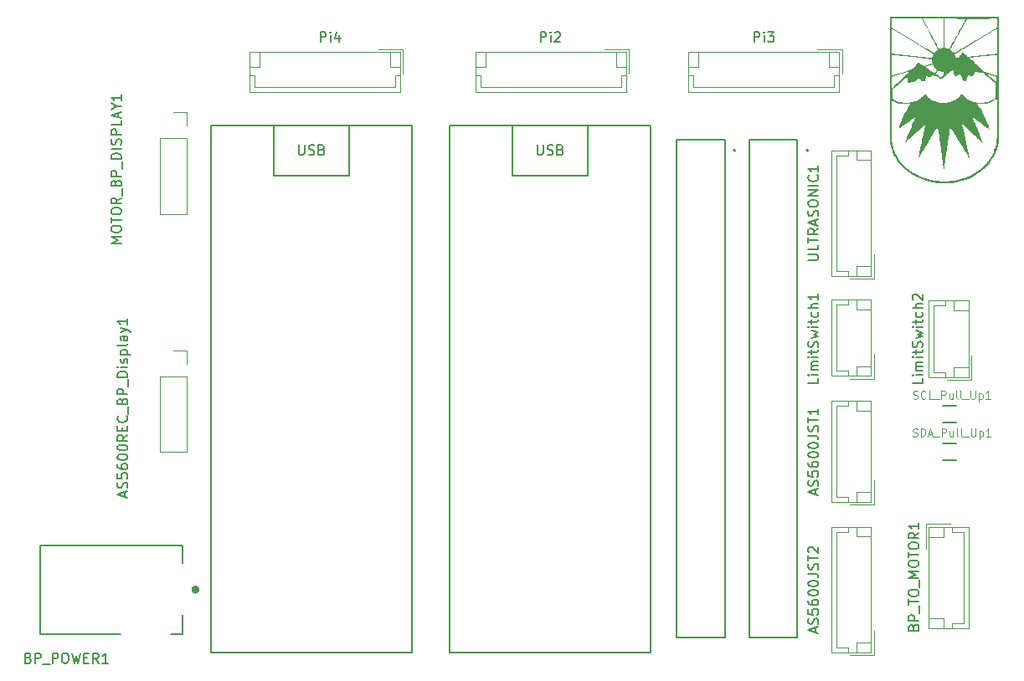
<source format=gbr>
%TF.GenerationSoftware,KiCad,Pcbnew,7.0.5*%
%TF.CreationDate,2023-12-19T10:50:23-08:00*%
%TF.ProjectId,Pi1_PiHat,5069315f-5069-4486-9174-2e6b69636164,rev?*%
%TF.SameCoordinates,Original*%
%TF.FileFunction,Legend,Top*%
%TF.FilePolarity,Positive*%
%FSLAX46Y46*%
G04 Gerber Fmt 4.6, Leading zero omitted, Abs format (unit mm)*
G04 Created by KiCad (PCBNEW 7.0.5) date 2023-12-19 10:50:23*
%MOMM*%
%LPD*%
G01*
G04 APERTURE LIST*
%ADD10C,0.150000*%
%ADD11C,0.125000*%
%ADD12C,0.120000*%
%ADD13C,0.127000*%
%ADD14C,0.200000*%
%ADD15C,0.400000*%
G04 APERTURE END LIST*
D10*
%TO.C,AS5600JST1*%
X188129104Y-121173333D02*
X188129104Y-120697143D01*
X188414819Y-121268571D02*
X187414819Y-120935238D01*
X187414819Y-120935238D02*
X188414819Y-120601905D01*
X188367200Y-120316190D02*
X188414819Y-120173333D01*
X188414819Y-120173333D02*
X188414819Y-119935238D01*
X188414819Y-119935238D02*
X188367200Y-119840000D01*
X188367200Y-119840000D02*
X188319580Y-119792381D01*
X188319580Y-119792381D02*
X188224342Y-119744762D01*
X188224342Y-119744762D02*
X188129104Y-119744762D01*
X188129104Y-119744762D02*
X188033866Y-119792381D01*
X188033866Y-119792381D02*
X187986247Y-119840000D01*
X187986247Y-119840000D02*
X187938628Y-119935238D01*
X187938628Y-119935238D02*
X187891009Y-120125714D01*
X187891009Y-120125714D02*
X187843390Y-120220952D01*
X187843390Y-120220952D02*
X187795771Y-120268571D01*
X187795771Y-120268571D02*
X187700533Y-120316190D01*
X187700533Y-120316190D02*
X187605295Y-120316190D01*
X187605295Y-120316190D02*
X187510057Y-120268571D01*
X187510057Y-120268571D02*
X187462438Y-120220952D01*
X187462438Y-120220952D02*
X187414819Y-120125714D01*
X187414819Y-120125714D02*
X187414819Y-119887619D01*
X187414819Y-119887619D02*
X187462438Y-119744762D01*
X187414819Y-118840000D02*
X187414819Y-119316190D01*
X187414819Y-119316190D02*
X187891009Y-119363809D01*
X187891009Y-119363809D02*
X187843390Y-119316190D01*
X187843390Y-119316190D02*
X187795771Y-119220952D01*
X187795771Y-119220952D02*
X187795771Y-118982857D01*
X187795771Y-118982857D02*
X187843390Y-118887619D01*
X187843390Y-118887619D02*
X187891009Y-118840000D01*
X187891009Y-118840000D02*
X187986247Y-118792381D01*
X187986247Y-118792381D02*
X188224342Y-118792381D01*
X188224342Y-118792381D02*
X188319580Y-118840000D01*
X188319580Y-118840000D02*
X188367200Y-118887619D01*
X188367200Y-118887619D02*
X188414819Y-118982857D01*
X188414819Y-118982857D02*
X188414819Y-119220952D01*
X188414819Y-119220952D02*
X188367200Y-119316190D01*
X188367200Y-119316190D02*
X188319580Y-119363809D01*
X187414819Y-117935238D02*
X187414819Y-118125714D01*
X187414819Y-118125714D02*
X187462438Y-118220952D01*
X187462438Y-118220952D02*
X187510057Y-118268571D01*
X187510057Y-118268571D02*
X187652914Y-118363809D01*
X187652914Y-118363809D02*
X187843390Y-118411428D01*
X187843390Y-118411428D02*
X188224342Y-118411428D01*
X188224342Y-118411428D02*
X188319580Y-118363809D01*
X188319580Y-118363809D02*
X188367200Y-118316190D01*
X188367200Y-118316190D02*
X188414819Y-118220952D01*
X188414819Y-118220952D02*
X188414819Y-118030476D01*
X188414819Y-118030476D02*
X188367200Y-117935238D01*
X188367200Y-117935238D02*
X188319580Y-117887619D01*
X188319580Y-117887619D02*
X188224342Y-117840000D01*
X188224342Y-117840000D02*
X187986247Y-117840000D01*
X187986247Y-117840000D02*
X187891009Y-117887619D01*
X187891009Y-117887619D02*
X187843390Y-117935238D01*
X187843390Y-117935238D02*
X187795771Y-118030476D01*
X187795771Y-118030476D02*
X187795771Y-118220952D01*
X187795771Y-118220952D02*
X187843390Y-118316190D01*
X187843390Y-118316190D02*
X187891009Y-118363809D01*
X187891009Y-118363809D02*
X187986247Y-118411428D01*
X187414819Y-117220952D02*
X187414819Y-117125714D01*
X187414819Y-117125714D02*
X187462438Y-117030476D01*
X187462438Y-117030476D02*
X187510057Y-116982857D01*
X187510057Y-116982857D02*
X187605295Y-116935238D01*
X187605295Y-116935238D02*
X187795771Y-116887619D01*
X187795771Y-116887619D02*
X188033866Y-116887619D01*
X188033866Y-116887619D02*
X188224342Y-116935238D01*
X188224342Y-116935238D02*
X188319580Y-116982857D01*
X188319580Y-116982857D02*
X188367200Y-117030476D01*
X188367200Y-117030476D02*
X188414819Y-117125714D01*
X188414819Y-117125714D02*
X188414819Y-117220952D01*
X188414819Y-117220952D02*
X188367200Y-117316190D01*
X188367200Y-117316190D02*
X188319580Y-117363809D01*
X188319580Y-117363809D02*
X188224342Y-117411428D01*
X188224342Y-117411428D02*
X188033866Y-117459047D01*
X188033866Y-117459047D02*
X187795771Y-117459047D01*
X187795771Y-117459047D02*
X187605295Y-117411428D01*
X187605295Y-117411428D02*
X187510057Y-117363809D01*
X187510057Y-117363809D02*
X187462438Y-117316190D01*
X187462438Y-117316190D02*
X187414819Y-117220952D01*
X187414819Y-116268571D02*
X187414819Y-116173333D01*
X187414819Y-116173333D02*
X187462438Y-116078095D01*
X187462438Y-116078095D02*
X187510057Y-116030476D01*
X187510057Y-116030476D02*
X187605295Y-115982857D01*
X187605295Y-115982857D02*
X187795771Y-115935238D01*
X187795771Y-115935238D02*
X188033866Y-115935238D01*
X188033866Y-115935238D02*
X188224342Y-115982857D01*
X188224342Y-115982857D02*
X188319580Y-116030476D01*
X188319580Y-116030476D02*
X188367200Y-116078095D01*
X188367200Y-116078095D02*
X188414819Y-116173333D01*
X188414819Y-116173333D02*
X188414819Y-116268571D01*
X188414819Y-116268571D02*
X188367200Y-116363809D01*
X188367200Y-116363809D02*
X188319580Y-116411428D01*
X188319580Y-116411428D02*
X188224342Y-116459047D01*
X188224342Y-116459047D02*
X188033866Y-116506666D01*
X188033866Y-116506666D02*
X187795771Y-116506666D01*
X187795771Y-116506666D02*
X187605295Y-116459047D01*
X187605295Y-116459047D02*
X187510057Y-116411428D01*
X187510057Y-116411428D02*
X187462438Y-116363809D01*
X187462438Y-116363809D02*
X187414819Y-116268571D01*
X187414819Y-115220952D02*
X188129104Y-115220952D01*
X188129104Y-115220952D02*
X188271961Y-115268571D01*
X188271961Y-115268571D02*
X188367200Y-115363809D01*
X188367200Y-115363809D02*
X188414819Y-115506666D01*
X188414819Y-115506666D02*
X188414819Y-115601904D01*
X188367200Y-114792380D02*
X188414819Y-114649523D01*
X188414819Y-114649523D02*
X188414819Y-114411428D01*
X188414819Y-114411428D02*
X188367200Y-114316190D01*
X188367200Y-114316190D02*
X188319580Y-114268571D01*
X188319580Y-114268571D02*
X188224342Y-114220952D01*
X188224342Y-114220952D02*
X188129104Y-114220952D01*
X188129104Y-114220952D02*
X188033866Y-114268571D01*
X188033866Y-114268571D02*
X187986247Y-114316190D01*
X187986247Y-114316190D02*
X187938628Y-114411428D01*
X187938628Y-114411428D02*
X187891009Y-114601904D01*
X187891009Y-114601904D02*
X187843390Y-114697142D01*
X187843390Y-114697142D02*
X187795771Y-114744761D01*
X187795771Y-114744761D02*
X187700533Y-114792380D01*
X187700533Y-114792380D02*
X187605295Y-114792380D01*
X187605295Y-114792380D02*
X187510057Y-114744761D01*
X187510057Y-114744761D02*
X187462438Y-114697142D01*
X187462438Y-114697142D02*
X187414819Y-114601904D01*
X187414819Y-114601904D02*
X187414819Y-114363809D01*
X187414819Y-114363809D02*
X187462438Y-114220952D01*
X187414819Y-113935237D02*
X187414819Y-113363809D01*
X188414819Y-113649523D02*
X187414819Y-113649523D01*
X188414819Y-112506666D02*
X188414819Y-113078094D01*
X188414819Y-112792380D02*
X187414819Y-112792380D01*
X187414819Y-112792380D02*
X187557676Y-112887618D01*
X187557676Y-112887618D02*
X187652914Y-112982856D01*
X187652914Y-112982856D02*
X187700533Y-113078094D01*
D11*
%TO.C,SDA_Pull_Up1*%
X198006189Y-115260500D02*
X198120475Y-115298595D01*
X198120475Y-115298595D02*
X198310951Y-115298595D01*
X198310951Y-115298595D02*
X198387142Y-115260500D01*
X198387142Y-115260500D02*
X198425237Y-115222404D01*
X198425237Y-115222404D02*
X198463332Y-115146214D01*
X198463332Y-115146214D02*
X198463332Y-115070023D01*
X198463332Y-115070023D02*
X198425237Y-114993833D01*
X198425237Y-114993833D02*
X198387142Y-114955738D01*
X198387142Y-114955738D02*
X198310951Y-114917642D01*
X198310951Y-114917642D02*
X198158570Y-114879547D01*
X198158570Y-114879547D02*
X198082380Y-114841452D01*
X198082380Y-114841452D02*
X198044285Y-114803357D01*
X198044285Y-114803357D02*
X198006189Y-114727166D01*
X198006189Y-114727166D02*
X198006189Y-114650976D01*
X198006189Y-114650976D02*
X198044285Y-114574785D01*
X198044285Y-114574785D02*
X198082380Y-114536690D01*
X198082380Y-114536690D02*
X198158570Y-114498595D01*
X198158570Y-114498595D02*
X198349047Y-114498595D01*
X198349047Y-114498595D02*
X198463332Y-114536690D01*
X198806190Y-115298595D02*
X198806190Y-114498595D01*
X198806190Y-114498595D02*
X198996666Y-114498595D01*
X198996666Y-114498595D02*
X199110952Y-114536690D01*
X199110952Y-114536690D02*
X199187142Y-114612880D01*
X199187142Y-114612880D02*
X199225237Y-114689071D01*
X199225237Y-114689071D02*
X199263333Y-114841452D01*
X199263333Y-114841452D02*
X199263333Y-114955738D01*
X199263333Y-114955738D02*
X199225237Y-115108119D01*
X199225237Y-115108119D02*
X199187142Y-115184309D01*
X199187142Y-115184309D02*
X199110952Y-115260500D01*
X199110952Y-115260500D02*
X198996666Y-115298595D01*
X198996666Y-115298595D02*
X198806190Y-115298595D01*
X199568094Y-115070023D02*
X199949047Y-115070023D01*
X199491904Y-115298595D02*
X199758571Y-114498595D01*
X199758571Y-114498595D02*
X200025237Y-115298595D01*
X200101428Y-115374785D02*
X200710951Y-115374785D01*
X200901428Y-115298595D02*
X200901428Y-114498595D01*
X200901428Y-114498595D02*
X201206190Y-114498595D01*
X201206190Y-114498595D02*
X201282380Y-114536690D01*
X201282380Y-114536690D02*
X201320475Y-114574785D01*
X201320475Y-114574785D02*
X201358571Y-114650976D01*
X201358571Y-114650976D02*
X201358571Y-114765261D01*
X201358571Y-114765261D02*
X201320475Y-114841452D01*
X201320475Y-114841452D02*
X201282380Y-114879547D01*
X201282380Y-114879547D02*
X201206190Y-114917642D01*
X201206190Y-114917642D02*
X200901428Y-114917642D01*
X202044285Y-114765261D02*
X202044285Y-115298595D01*
X201701428Y-114765261D02*
X201701428Y-115184309D01*
X201701428Y-115184309D02*
X201739523Y-115260500D01*
X201739523Y-115260500D02*
X201815713Y-115298595D01*
X201815713Y-115298595D02*
X201929999Y-115298595D01*
X201929999Y-115298595D02*
X202006190Y-115260500D01*
X202006190Y-115260500D02*
X202044285Y-115222404D01*
X202539523Y-115298595D02*
X202463333Y-115260500D01*
X202463333Y-115260500D02*
X202425238Y-115184309D01*
X202425238Y-115184309D02*
X202425238Y-114498595D01*
X202958571Y-115298595D02*
X202882381Y-115260500D01*
X202882381Y-115260500D02*
X202844286Y-115184309D01*
X202844286Y-115184309D02*
X202844286Y-114498595D01*
X203072858Y-115374785D02*
X203682381Y-115374785D01*
X203872858Y-114498595D02*
X203872858Y-115146214D01*
X203872858Y-115146214D02*
X203910953Y-115222404D01*
X203910953Y-115222404D02*
X203949048Y-115260500D01*
X203949048Y-115260500D02*
X204025239Y-115298595D01*
X204025239Y-115298595D02*
X204177620Y-115298595D01*
X204177620Y-115298595D02*
X204253810Y-115260500D01*
X204253810Y-115260500D02*
X204291905Y-115222404D01*
X204291905Y-115222404D02*
X204330001Y-115146214D01*
X204330001Y-115146214D02*
X204330001Y-114498595D01*
X204710953Y-114765261D02*
X204710953Y-115565261D01*
X204710953Y-114803357D02*
X204787143Y-114765261D01*
X204787143Y-114765261D02*
X204939524Y-114765261D01*
X204939524Y-114765261D02*
X205015715Y-114803357D01*
X205015715Y-114803357D02*
X205053810Y-114841452D01*
X205053810Y-114841452D02*
X205091905Y-114917642D01*
X205091905Y-114917642D02*
X205091905Y-115146214D01*
X205091905Y-115146214D02*
X205053810Y-115222404D01*
X205053810Y-115222404D02*
X205015715Y-115260500D01*
X205015715Y-115260500D02*
X204939524Y-115298595D01*
X204939524Y-115298595D02*
X204787143Y-115298595D01*
X204787143Y-115298595D02*
X204710953Y-115260500D01*
X205853810Y-115298595D02*
X205396667Y-115298595D01*
X205625239Y-115298595D02*
X205625239Y-114498595D01*
X205625239Y-114498595D02*
X205549048Y-114612880D01*
X205549048Y-114612880D02*
X205472858Y-114689071D01*
X205472858Y-114689071D02*
X205396667Y-114727166D01*
D10*
%TO.C,ULTRASONIC1*%
X187414819Y-97448094D02*
X188224342Y-97448094D01*
X188224342Y-97448094D02*
X188319580Y-97400475D01*
X188319580Y-97400475D02*
X188367200Y-97352856D01*
X188367200Y-97352856D02*
X188414819Y-97257618D01*
X188414819Y-97257618D02*
X188414819Y-97067142D01*
X188414819Y-97067142D02*
X188367200Y-96971904D01*
X188367200Y-96971904D02*
X188319580Y-96924285D01*
X188319580Y-96924285D02*
X188224342Y-96876666D01*
X188224342Y-96876666D02*
X187414819Y-96876666D01*
X188414819Y-95924285D02*
X188414819Y-96400475D01*
X188414819Y-96400475D02*
X187414819Y-96400475D01*
X187414819Y-95733808D02*
X187414819Y-95162380D01*
X188414819Y-95448094D02*
X187414819Y-95448094D01*
X188414819Y-94257618D02*
X187938628Y-94590951D01*
X188414819Y-94829046D02*
X187414819Y-94829046D01*
X187414819Y-94829046D02*
X187414819Y-94448094D01*
X187414819Y-94448094D02*
X187462438Y-94352856D01*
X187462438Y-94352856D02*
X187510057Y-94305237D01*
X187510057Y-94305237D02*
X187605295Y-94257618D01*
X187605295Y-94257618D02*
X187748152Y-94257618D01*
X187748152Y-94257618D02*
X187843390Y-94305237D01*
X187843390Y-94305237D02*
X187891009Y-94352856D01*
X187891009Y-94352856D02*
X187938628Y-94448094D01*
X187938628Y-94448094D02*
X187938628Y-94829046D01*
X188129104Y-93876665D02*
X188129104Y-93400475D01*
X188414819Y-93971903D02*
X187414819Y-93638570D01*
X187414819Y-93638570D02*
X188414819Y-93305237D01*
X188367200Y-93019522D02*
X188414819Y-92876665D01*
X188414819Y-92876665D02*
X188414819Y-92638570D01*
X188414819Y-92638570D02*
X188367200Y-92543332D01*
X188367200Y-92543332D02*
X188319580Y-92495713D01*
X188319580Y-92495713D02*
X188224342Y-92448094D01*
X188224342Y-92448094D02*
X188129104Y-92448094D01*
X188129104Y-92448094D02*
X188033866Y-92495713D01*
X188033866Y-92495713D02*
X187986247Y-92543332D01*
X187986247Y-92543332D02*
X187938628Y-92638570D01*
X187938628Y-92638570D02*
X187891009Y-92829046D01*
X187891009Y-92829046D02*
X187843390Y-92924284D01*
X187843390Y-92924284D02*
X187795771Y-92971903D01*
X187795771Y-92971903D02*
X187700533Y-93019522D01*
X187700533Y-93019522D02*
X187605295Y-93019522D01*
X187605295Y-93019522D02*
X187510057Y-92971903D01*
X187510057Y-92971903D02*
X187462438Y-92924284D01*
X187462438Y-92924284D02*
X187414819Y-92829046D01*
X187414819Y-92829046D02*
X187414819Y-92590951D01*
X187414819Y-92590951D02*
X187462438Y-92448094D01*
X187414819Y-91829046D02*
X187414819Y-91638570D01*
X187414819Y-91638570D02*
X187462438Y-91543332D01*
X187462438Y-91543332D02*
X187557676Y-91448094D01*
X187557676Y-91448094D02*
X187748152Y-91400475D01*
X187748152Y-91400475D02*
X188081485Y-91400475D01*
X188081485Y-91400475D02*
X188271961Y-91448094D01*
X188271961Y-91448094D02*
X188367200Y-91543332D01*
X188367200Y-91543332D02*
X188414819Y-91638570D01*
X188414819Y-91638570D02*
X188414819Y-91829046D01*
X188414819Y-91829046D02*
X188367200Y-91924284D01*
X188367200Y-91924284D02*
X188271961Y-92019522D01*
X188271961Y-92019522D02*
X188081485Y-92067141D01*
X188081485Y-92067141D02*
X187748152Y-92067141D01*
X187748152Y-92067141D02*
X187557676Y-92019522D01*
X187557676Y-92019522D02*
X187462438Y-91924284D01*
X187462438Y-91924284D02*
X187414819Y-91829046D01*
X188414819Y-90971903D02*
X187414819Y-90971903D01*
X187414819Y-90971903D02*
X188414819Y-90400475D01*
X188414819Y-90400475D02*
X187414819Y-90400475D01*
X188414819Y-89924284D02*
X187414819Y-89924284D01*
X188319580Y-88876666D02*
X188367200Y-88924285D01*
X188367200Y-88924285D02*
X188414819Y-89067142D01*
X188414819Y-89067142D02*
X188414819Y-89162380D01*
X188414819Y-89162380D02*
X188367200Y-89305237D01*
X188367200Y-89305237D02*
X188271961Y-89400475D01*
X188271961Y-89400475D02*
X188176723Y-89448094D01*
X188176723Y-89448094D02*
X187986247Y-89495713D01*
X187986247Y-89495713D02*
X187843390Y-89495713D01*
X187843390Y-89495713D02*
X187652914Y-89448094D01*
X187652914Y-89448094D02*
X187557676Y-89400475D01*
X187557676Y-89400475D02*
X187462438Y-89305237D01*
X187462438Y-89305237D02*
X187414819Y-89162380D01*
X187414819Y-89162380D02*
X187414819Y-89067142D01*
X187414819Y-89067142D02*
X187462438Y-88924285D01*
X187462438Y-88924285D02*
X187510057Y-88876666D01*
X188414819Y-87924285D02*
X188414819Y-88495713D01*
X188414819Y-88209999D02*
X187414819Y-88209999D01*
X187414819Y-88209999D02*
X187557676Y-88305237D01*
X187557676Y-88305237D02*
X187652914Y-88400475D01*
X187652914Y-88400475D02*
X187700533Y-88495713D01*
%TO.C,MOTOR_BP_DISPLAY1*%
X117929819Y-95741190D02*
X116929819Y-95741190D01*
X116929819Y-95741190D02*
X117644104Y-95407857D01*
X117644104Y-95407857D02*
X116929819Y-95074524D01*
X116929819Y-95074524D02*
X117929819Y-95074524D01*
X116929819Y-94407857D02*
X116929819Y-94217381D01*
X116929819Y-94217381D02*
X116977438Y-94122143D01*
X116977438Y-94122143D02*
X117072676Y-94026905D01*
X117072676Y-94026905D02*
X117263152Y-93979286D01*
X117263152Y-93979286D02*
X117596485Y-93979286D01*
X117596485Y-93979286D02*
X117786961Y-94026905D01*
X117786961Y-94026905D02*
X117882200Y-94122143D01*
X117882200Y-94122143D02*
X117929819Y-94217381D01*
X117929819Y-94217381D02*
X117929819Y-94407857D01*
X117929819Y-94407857D02*
X117882200Y-94503095D01*
X117882200Y-94503095D02*
X117786961Y-94598333D01*
X117786961Y-94598333D02*
X117596485Y-94645952D01*
X117596485Y-94645952D02*
X117263152Y-94645952D01*
X117263152Y-94645952D02*
X117072676Y-94598333D01*
X117072676Y-94598333D02*
X116977438Y-94503095D01*
X116977438Y-94503095D02*
X116929819Y-94407857D01*
X116929819Y-93693571D02*
X116929819Y-93122143D01*
X117929819Y-93407857D02*
X116929819Y-93407857D01*
X116929819Y-92598333D02*
X116929819Y-92407857D01*
X116929819Y-92407857D02*
X116977438Y-92312619D01*
X116977438Y-92312619D02*
X117072676Y-92217381D01*
X117072676Y-92217381D02*
X117263152Y-92169762D01*
X117263152Y-92169762D02*
X117596485Y-92169762D01*
X117596485Y-92169762D02*
X117786961Y-92217381D01*
X117786961Y-92217381D02*
X117882200Y-92312619D01*
X117882200Y-92312619D02*
X117929819Y-92407857D01*
X117929819Y-92407857D02*
X117929819Y-92598333D01*
X117929819Y-92598333D02*
X117882200Y-92693571D01*
X117882200Y-92693571D02*
X117786961Y-92788809D01*
X117786961Y-92788809D02*
X117596485Y-92836428D01*
X117596485Y-92836428D02*
X117263152Y-92836428D01*
X117263152Y-92836428D02*
X117072676Y-92788809D01*
X117072676Y-92788809D02*
X116977438Y-92693571D01*
X116977438Y-92693571D02*
X116929819Y-92598333D01*
X117929819Y-91169762D02*
X117453628Y-91503095D01*
X117929819Y-91741190D02*
X116929819Y-91741190D01*
X116929819Y-91741190D02*
X116929819Y-91360238D01*
X116929819Y-91360238D02*
X116977438Y-91265000D01*
X116977438Y-91265000D02*
X117025057Y-91217381D01*
X117025057Y-91217381D02*
X117120295Y-91169762D01*
X117120295Y-91169762D02*
X117263152Y-91169762D01*
X117263152Y-91169762D02*
X117358390Y-91217381D01*
X117358390Y-91217381D02*
X117406009Y-91265000D01*
X117406009Y-91265000D02*
X117453628Y-91360238D01*
X117453628Y-91360238D02*
X117453628Y-91741190D01*
X118025057Y-90979286D02*
X118025057Y-90217381D01*
X117406009Y-89645952D02*
X117453628Y-89503095D01*
X117453628Y-89503095D02*
X117501247Y-89455476D01*
X117501247Y-89455476D02*
X117596485Y-89407857D01*
X117596485Y-89407857D02*
X117739342Y-89407857D01*
X117739342Y-89407857D02*
X117834580Y-89455476D01*
X117834580Y-89455476D02*
X117882200Y-89503095D01*
X117882200Y-89503095D02*
X117929819Y-89598333D01*
X117929819Y-89598333D02*
X117929819Y-89979285D01*
X117929819Y-89979285D02*
X116929819Y-89979285D01*
X116929819Y-89979285D02*
X116929819Y-89645952D01*
X116929819Y-89645952D02*
X116977438Y-89550714D01*
X116977438Y-89550714D02*
X117025057Y-89503095D01*
X117025057Y-89503095D02*
X117120295Y-89455476D01*
X117120295Y-89455476D02*
X117215533Y-89455476D01*
X117215533Y-89455476D02*
X117310771Y-89503095D01*
X117310771Y-89503095D02*
X117358390Y-89550714D01*
X117358390Y-89550714D02*
X117406009Y-89645952D01*
X117406009Y-89645952D02*
X117406009Y-89979285D01*
X117929819Y-88979285D02*
X116929819Y-88979285D01*
X116929819Y-88979285D02*
X116929819Y-88598333D01*
X116929819Y-88598333D02*
X116977438Y-88503095D01*
X116977438Y-88503095D02*
X117025057Y-88455476D01*
X117025057Y-88455476D02*
X117120295Y-88407857D01*
X117120295Y-88407857D02*
X117263152Y-88407857D01*
X117263152Y-88407857D02*
X117358390Y-88455476D01*
X117358390Y-88455476D02*
X117406009Y-88503095D01*
X117406009Y-88503095D02*
X117453628Y-88598333D01*
X117453628Y-88598333D02*
X117453628Y-88979285D01*
X118025057Y-88217381D02*
X118025057Y-87455476D01*
X117929819Y-87217380D02*
X116929819Y-87217380D01*
X116929819Y-87217380D02*
X116929819Y-86979285D01*
X116929819Y-86979285D02*
X116977438Y-86836428D01*
X116977438Y-86836428D02*
X117072676Y-86741190D01*
X117072676Y-86741190D02*
X117167914Y-86693571D01*
X117167914Y-86693571D02*
X117358390Y-86645952D01*
X117358390Y-86645952D02*
X117501247Y-86645952D01*
X117501247Y-86645952D02*
X117691723Y-86693571D01*
X117691723Y-86693571D02*
X117786961Y-86741190D01*
X117786961Y-86741190D02*
X117882200Y-86836428D01*
X117882200Y-86836428D02*
X117929819Y-86979285D01*
X117929819Y-86979285D02*
X117929819Y-87217380D01*
X117929819Y-86217380D02*
X116929819Y-86217380D01*
X117882200Y-85788809D02*
X117929819Y-85645952D01*
X117929819Y-85645952D02*
X117929819Y-85407857D01*
X117929819Y-85407857D02*
X117882200Y-85312619D01*
X117882200Y-85312619D02*
X117834580Y-85265000D01*
X117834580Y-85265000D02*
X117739342Y-85217381D01*
X117739342Y-85217381D02*
X117644104Y-85217381D01*
X117644104Y-85217381D02*
X117548866Y-85265000D01*
X117548866Y-85265000D02*
X117501247Y-85312619D01*
X117501247Y-85312619D02*
X117453628Y-85407857D01*
X117453628Y-85407857D02*
X117406009Y-85598333D01*
X117406009Y-85598333D02*
X117358390Y-85693571D01*
X117358390Y-85693571D02*
X117310771Y-85741190D01*
X117310771Y-85741190D02*
X117215533Y-85788809D01*
X117215533Y-85788809D02*
X117120295Y-85788809D01*
X117120295Y-85788809D02*
X117025057Y-85741190D01*
X117025057Y-85741190D02*
X116977438Y-85693571D01*
X116977438Y-85693571D02*
X116929819Y-85598333D01*
X116929819Y-85598333D02*
X116929819Y-85360238D01*
X116929819Y-85360238D02*
X116977438Y-85217381D01*
X117929819Y-84788809D02*
X116929819Y-84788809D01*
X116929819Y-84788809D02*
X116929819Y-84407857D01*
X116929819Y-84407857D02*
X116977438Y-84312619D01*
X116977438Y-84312619D02*
X117025057Y-84265000D01*
X117025057Y-84265000D02*
X117120295Y-84217381D01*
X117120295Y-84217381D02*
X117263152Y-84217381D01*
X117263152Y-84217381D02*
X117358390Y-84265000D01*
X117358390Y-84265000D02*
X117406009Y-84312619D01*
X117406009Y-84312619D02*
X117453628Y-84407857D01*
X117453628Y-84407857D02*
X117453628Y-84788809D01*
X117929819Y-83312619D02*
X117929819Y-83788809D01*
X117929819Y-83788809D02*
X116929819Y-83788809D01*
X117644104Y-83026904D02*
X117644104Y-82550714D01*
X117929819Y-83122142D02*
X116929819Y-82788809D01*
X116929819Y-82788809D02*
X117929819Y-82455476D01*
X117453628Y-81931666D02*
X117929819Y-81931666D01*
X116929819Y-82264999D02*
X117453628Y-81931666D01*
X117453628Y-81931666D02*
X116929819Y-81598333D01*
X117929819Y-80741190D02*
X117929819Y-81312618D01*
X117929819Y-81026904D02*
X116929819Y-81026904D01*
X116929819Y-81026904D02*
X117072676Y-81122142D01*
X117072676Y-81122142D02*
X117167914Y-81217380D01*
X117167914Y-81217380D02*
X117215533Y-81312618D01*
%TO.C,LimitSwitch1*%
X188414819Y-109409999D02*
X188414819Y-109886189D01*
X188414819Y-109886189D02*
X187414819Y-109886189D01*
X188414819Y-109076665D02*
X187748152Y-109076665D01*
X187414819Y-109076665D02*
X187462438Y-109124284D01*
X187462438Y-109124284D02*
X187510057Y-109076665D01*
X187510057Y-109076665D02*
X187462438Y-109029046D01*
X187462438Y-109029046D02*
X187414819Y-109076665D01*
X187414819Y-109076665D02*
X187510057Y-109076665D01*
X188414819Y-108600475D02*
X187748152Y-108600475D01*
X187843390Y-108600475D02*
X187795771Y-108552856D01*
X187795771Y-108552856D02*
X187748152Y-108457618D01*
X187748152Y-108457618D02*
X187748152Y-108314761D01*
X187748152Y-108314761D02*
X187795771Y-108219523D01*
X187795771Y-108219523D02*
X187891009Y-108171904D01*
X187891009Y-108171904D02*
X188414819Y-108171904D01*
X187891009Y-108171904D02*
X187795771Y-108124285D01*
X187795771Y-108124285D02*
X187748152Y-108029047D01*
X187748152Y-108029047D02*
X187748152Y-107886190D01*
X187748152Y-107886190D02*
X187795771Y-107790951D01*
X187795771Y-107790951D02*
X187891009Y-107743332D01*
X187891009Y-107743332D02*
X188414819Y-107743332D01*
X188414819Y-107267142D02*
X187748152Y-107267142D01*
X187414819Y-107267142D02*
X187462438Y-107314761D01*
X187462438Y-107314761D02*
X187510057Y-107267142D01*
X187510057Y-107267142D02*
X187462438Y-107219523D01*
X187462438Y-107219523D02*
X187414819Y-107267142D01*
X187414819Y-107267142D02*
X187510057Y-107267142D01*
X187748152Y-106933809D02*
X187748152Y-106552857D01*
X187414819Y-106790952D02*
X188271961Y-106790952D01*
X188271961Y-106790952D02*
X188367200Y-106743333D01*
X188367200Y-106743333D02*
X188414819Y-106648095D01*
X188414819Y-106648095D02*
X188414819Y-106552857D01*
X188367200Y-106267142D02*
X188414819Y-106124285D01*
X188414819Y-106124285D02*
X188414819Y-105886190D01*
X188414819Y-105886190D02*
X188367200Y-105790952D01*
X188367200Y-105790952D02*
X188319580Y-105743333D01*
X188319580Y-105743333D02*
X188224342Y-105695714D01*
X188224342Y-105695714D02*
X188129104Y-105695714D01*
X188129104Y-105695714D02*
X188033866Y-105743333D01*
X188033866Y-105743333D02*
X187986247Y-105790952D01*
X187986247Y-105790952D02*
X187938628Y-105886190D01*
X187938628Y-105886190D02*
X187891009Y-106076666D01*
X187891009Y-106076666D02*
X187843390Y-106171904D01*
X187843390Y-106171904D02*
X187795771Y-106219523D01*
X187795771Y-106219523D02*
X187700533Y-106267142D01*
X187700533Y-106267142D02*
X187605295Y-106267142D01*
X187605295Y-106267142D02*
X187510057Y-106219523D01*
X187510057Y-106219523D02*
X187462438Y-106171904D01*
X187462438Y-106171904D02*
X187414819Y-106076666D01*
X187414819Y-106076666D02*
X187414819Y-105838571D01*
X187414819Y-105838571D02*
X187462438Y-105695714D01*
X187748152Y-105362380D02*
X188414819Y-105171904D01*
X188414819Y-105171904D02*
X187938628Y-104981428D01*
X187938628Y-104981428D02*
X188414819Y-104790952D01*
X188414819Y-104790952D02*
X187748152Y-104600476D01*
X188414819Y-104219523D02*
X187748152Y-104219523D01*
X187414819Y-104219523D02*
X187462438Y-104267142D01*
X187462438Y-104267142D02*
X187510057Y-104219523D01*
X187510057Y-104219523D02*
X187462438Y-104171904D01*
X187462438Y-104171904D02*
X187414819Y-104219523D01*
X187414819Y-104219523D02*
X187510057Y-104219523D01*
X187748152Y-103886190D02*
X187748152Y-103505238D01*
X187414819Y-103743333D02*
X188271961Y-103743333D01*
X188271961Y-103743333D02*
X188367200Y-103695714D01*
X188367200Y-103695714D02*
X188414819Y-103600476D01*
X188414819Y-103600476D02*
X188414819Y-103505238D01*
X188367200Y-102743333D02*
X188414819Y-102838571D01*
X188414819Y-102838571D02*
X188414819Y-103029047D01*
X188414819Y-103029047D02*
X188367200Y-103124285D01*
X188367200Y-103124285D02*
X188319580Y-103171904D01*
X188319580Y-103171904D02*
X188224342Y-103219523D01*
X188224342Y-103219523D02*
X187938628Y-103219523D01*
X187938628Y-103219523D02*
X187843390Y-103171904D01*
X187843390Y-103171904D02*
X187795771Y-103124285D01*
X187795771Y-103124285D02*
X187748152Y-103029047D01*
X187748152Y-103029047D02*
X187748152Y-102838571D01*
X187748152Y-102838571D02*
X187795771Y-102743333D01*
X188414819Y-102314761D02*
X187414819Y-102314761D01*
X188414819Y-101886190D02*
X187891009Y-101886190D01*
X187891009Y-101886190D02*
X187795771Y-101933809D01*
X187795771Y-101933809D02*
X187748152Y-102029047D01*
X187748152Y-102029047D02*
X187748152Y-102171904D01*
X187748152Y-102171904D02*
X187795771Y-102267142D01*
X187795771Y-102267142D02*
X187843390Y-102314761D01*
X188414819Y-100886190D02*
X188414819Y-101457618D01*
X188414819Y-101171904D02*
X187414819Y-101171904D01*
X187414819Y-101171904D02*
X187557676Y-101267142D01*
X187557676Y-101267142D02*
X187652914Y-101362380D01*
X187652914Y-101362380D02*
X187700533Y-101457618D01*
%TO.C,AS5600REC_BP_Display1*%
X118279104Y-121395000D02*
X118279104Y-120918810D01*
X118564819Y-121490238D02*
X117564819Y-121156905D01*
X117564819Y-121156905D02*
X118564819Y-120823572D01*
X118517200Y-120537857D02*
X118564819Y-120395000D01*
X118564819Y-120395000D02*
X118564819Y-120156905D01*
X118564819Y-120156905D02*
X118517200Y-120061667D01*
X118517200Y-120061667D02*
X118469580Y-120014048D01*
X118469580Y-120014048D02*
X118374342Y-119966429D01*
X118374342Y-119966429D02*
X118279104Y-119966429D01*
X118279104Y-119966429D02*
X118183866Y-120014048D01*
X118183866Y-120014048D02*
X118136247Y-120061667D01*
X118136247Y-120061667D02*
X118088628Y-120156905D01*
X118088628Y-120156905D02*
X118041009Y-120347381D01*
X118041009Y-120347381D02*
X117993390Y-120442619D01*
X117993390Y-120442619D02*
X117945771Y-120490238D01*
X117945771Y-120490238D02*
X117850533Y-120537857D01*
X117850533Y-120537857D02*
X117755295Y-120537857D01*
X117755295Y-120537857D02*
X117660057Y-120490238D01*
X117660057Y-120490238D02*
X117612438Y-120442619D01*
X117612438Y-120442619D02*
X117564819Y-120347381D01*
X117564819Y-120347381D02*
X117564819Y-120109286D01*
X117564819Y-120109286D02*
X117612438Y-119966429D01*
X117564819Y-119061667D02*
X117564819Y-119537857D01*
X117564819Y-119537857D02*
X118041009Y-119585476D01*
X118041009Y-119585476D02*
X117993390Y-119537857D01*
X117993390Y-119537857D02*
X117945771Y-119442619D01*
X117945771Y-119442619D02*
X117945771Y-119204524D01*
X117945771Y-119204524D02*
X117993390Y-119109286D01*
X117993390Y-119109286D02*
X118041009Y-119061667D01*
X118041009Y-119061667D02*
X118136247Y-119014048D01*
X118136247Y-119014048D02*
X118374342Y-119014048D01*
X118374342Y-119014048D02*
X118469580Y-119061667D01*
X118469580Y-119061667D02*
X118517200Y-119109286D01*
X118517200Y-119109286D02*
X118564819Y-119204524D01*
X118564819Y-119204524D02*
X118564819Y-119442619D01*
X118564819Y-119442619D02*
X118517200Y-119537857D01*
X118517200Y-119537857D02*
X118469580Y-119585476D01*
X117564819Y-118156905D02*
X117564819Y-118347381D01*
X117564819Y-118347381D02*
X117612438Y-118442619D01*
X117612438Y-118442619D02*
X117660057Y-118490238D01*
X117660057Y-118490238D02*
X117802914Y-118585476D01*
X117802914Y-118585476D02*
X117993390Y-118633095D01*
X117993390Y-118633095D02*
X118374342Y-118633095D01*
X118374342Y-118633095D02*
X118469580Y-118585476D01*
X118469580Y-118585476D02*
X118517200Y-118537857D01*
X118517200Y-118537857D02*
X118564819Y-118442619D01*
X118564819Y-118442619D02*
X118564819Y-118252143D01*
X118564819Y-118252143D02*
X118517200Y-118156905D01*
X118517200Y-118156905D02*
X118469580Y-118109286D01*
X118469580Y-118109286D02*
X118374342Y-118061667D01*
X118374342Y-118061667D02*
X118136247Y-118061667D01*
X118136247Y-118061667D02*
X118041009Y-118109286D01*
X118041009Y-118109286D02*
X117993390Y-118156905D01*
X117993390Y-118156905D02*
X117945771Y-118252143D01*
X117945771Y-118252143D02*
X117945771Y-118442619D01*
X117945771Y-118442619D02*
X117993390Y-118537857D01*
X117993390Y-118537857D02*
X118041009Y-118585476D01*
X118041009Y-118585476D02*
X118136247Y-118633095D01*
X117564819Y-117442619D02*
X117564819Y-117347381D01*
X117564819Y-117347381D02*
X117612438Y-117252143D01*
X117612438Y-117252143D02*
X117660057Y-117204524D01*
X117660057Y-117204524D02*
X117755295Y-117156905D01*
X117755295Y-117156905D02*
X117945771Y-117109286D01*
X117945771Y-117109286D02*
X118183866Y-117109286D01*
X118183866Y-117109286D02*
X118374342Y-117156905D01*
X118374342Y-117156905D02*
X118469580Y-117204524D01*
X118469580Y-117204524D02*
X118517200Y-117252143D01*
X118517200Y-117252143D02*
X118564819Y-117347381D01*
X118564819Y-117347381D02*
X118564819Y-117442619D01*
X118564819Y-117442619D02*
X118517200Y-117537857D01*
X118517200Y-117537857D02*
X118469580Y-117585476D01*
X118469580Y-117585476D02*
X118374342Y-117633095D01*
X118374342Y-117633095D02*
X118183866Y-117680714D01*
X118183866Y-117680714D02*
X117945771Y-117680714D01*
X117945771Y-117680714D02*
X117755295Y-117633095D01*
X117755295Y-117633095D02*
X117660057Y-117585476D01*
X117660057Y-117585476D02*
X117612438Y-117537857D01*
X117612438Y-117537857D02*
X117564819Y-117442619D01*
X117564819Y-116490238D02*
X117564819Y-116395000D01*
X117564819Y-116395000D02*
X117612438Y-116299762D01*
X117612438Y-116299762D02*
X117660057Y-116252143D01*
X117660057Y-116252143D02*
X117755295Y-116204524D01*
X117755295Y-116204524D02*
X117945771Y-116156905D01*
X117945771Y-116156905D02*
X118183866Y-116156905D01*
X118183866Y-116156905D02*
X118374342Y-116204524D01*
X118374342Y-116204524D02*
X118469580Y-116252143D01*
X118469580Y-116252143D02*
X118517200Y-116299762D01*
X118517200Y-116299762D02*
X118564819Y-116395000D01*
X118564819Y-116395000D02*
X118564819Y-116490238D01*
X118564819Y-116490238D02*
X118517200Y-116585476D01*
X118517200Y-116585476D02*
X118469580Y-116633095D01*
X118469580Y-116633095D02*
X118374342Y-116680714D01*
X118374342Y-116680714D02*
X118183866Y-116728333D01*
X118183866Y-116728333D02*
X117945771Y-116728333D01*
X117945771Y-116728333D02*
X117755295Y-116680714D01*
X117755295Y-116680714D02*
X117660057Y-116633095D01*
X117660057Y-116633095D02*
X117612438Y-116585476D01*
X117612438Y-116585476D02*
X117564819Y-116490238D01*
X118564819Y-115156905D02*
X118088628Y-115490238D01*
X118564819Y-115728333D02*
X117564819Y-115728333D01*
X117564819Y-115728333D02*
X117564819Y-115347381D01*
X117564819Y-115347381D02*
X117612438Y-115252143D01*
X117612438Y-115252143D02*
X117660057Y-115204524D01*
X117660057Y-115204524D02*
X117755295Y-115156905D01*
X117755295Y-115156905D02*
X117898152Y-115156905D01*
X117898152Y-115156905D02*
X117993390Y-115204524D01*
X117993390Y-115204524D02*
X118041009Y-115252143D01*
X118041009Y-115252143D02*
X118088628Y-115347381D01*
X118088628Y-115347381D02*
X118088628Y-115728333D01*
X118041009Y-114728333D02*
X118041009Y-114395000D01*
X118564819Y-114252143D02*
X118564819Y-114728333D01*
X118564819Y-114728333D02*
X117564819Y-114728333D01*
X117564819Y-114728333D02*
X117564819Y-114252143D01*
X118469580Y-113252143D02*
X118517200Y-113299762D01*
X118517200Y-113299762D02*
X118564819Y-113442619D01*
X118564819Y-113442619D02*
X118564819Y-113537857D01*
X118564819Y-113537857D02*
X118517200Y-113680714D01*
X118517200Y-113680714D02*
X118421961Y-113775952D01*
X118421961Y-113775952D02*
X118326723Y-113823571D01*
X118326723Y-113823571D02*
X118136247Y-113871190D01*
X118136247Y-113871190D02*
X117993390Y-113871190D01*
X117993390Y-113871190D02*
X117802914Y-113823571D01*
X117802914Y-113823571D02*
X117707676Y-113775952D01*
X117707676Y-113775952D02*
X117612438Y-113680714D01*
X117612438Y-113680714D02*
X117564819Y-113537857D01*
X117564819Y-113537857D02*
X117564819Y-113442619D01*
X117564819Y-113442619D02*
X117612438Y-113299762D01*
X117612438Y-113299762D02*
X117660057Y-113252143D01*
X118660057Y-113061667D02*
X118660057Y-112299762D01*
X118041009Y-111728333D02*
X118088628Y-111585476D01*
X118088628Y-111585476D02*
X118136247Y-111537857D01*
X118136247Y-111537857D02*
X118231485Y-111490238D01*
X118231485Y-111490238D02*
X118374342Y-111490238D01*
X118374342Y-111490238D02*
X118469580Y-111537857D01*
X118469580Y-111537857D02*
X118517200Y-111585476D01*
X118517200Y-111585476D02*
X118564819Y-111680714D01*
X118564819Y-111680714D02*
X118564819Y-112061666D01*
X118564819Y-112061666D02*
X117564819Y-112061666D01*
X117564819Y-112061666D02*
X117564819Y-111728333D01*
X117564819Y-111728333D02*
X117612438Y-111633095D01*
X117612438Y-111633095D02*
X117660057Y-111585476D01*
X117660057Y-111585476D02*
X117755295Y-111537857D01*
X117755295Y-111537857D02*
X117850533Y-111537857D01*
X117850533Y-111537857D02*
X117945771Y-111585476D01*
X117945771Y-111585476D02*
X117993390Y-111633095D01*
X117993390Y-111633095D02*
X118041009Y-111728333D01*
X118041009Y-111728333D02*
X118041009Y-112061666D01*
X118564819Y-111061666D02*
X117564819Y-111061666D01*
X117564819Y-111061666D02*
X117564819Y-110680714D01*
X117564819Y-110680714D02*
X117612438Y-110585476D01*
X117612438Y-110585476D02*
X117660057Y-110537857D01*
X117660057Y-110537857D02*
X117755295Y-110490238D01*
X117755295Y-110490238D02*
X117898152Y-110490238D01*
X117898152Y-110490238D02*
X117993390Y-110537857D01*
X117993390Y-110537857D02*
X118041009Y-110585476D01*
X118041009Y-110585476D02*
X118088628Y-110680714D01*
X118088628Y-110680714D02*
X118088628Y-111061666D01*
X118660057Y-110299762D02*
X118660057Y-109537857D01*
X118564819Y-109299761D02*
X117564819Y-109299761D01*
X117564819Y-109299761D02*
X117564819Y-109061666D01*
X117564819Y-109061666D02*
X117612438Y-108918809D01*
X117612438Y-108918809D02*
X117707676Y-108823571D01*
X117707676Y-108823571D02*
X117802914Y-108775952D01*
X117802914Y-108775952D02*
X117993390Y-108728333D01*
X117993390Y-108728333D02*
X118136247Y-108728333D01*
X118136247Y-108728333D02*
X118326723Y-108775952D01*
X118326723Y-108775952D02*
X118421961Y-108823571D01*
X118421961Y-108823571D02*
X118517200Y-108918809D01*
X118517200Y-108918809D02*
X118564819Y-109061666D01*
X118564819Y-109061666D02*
X118564819Y-109299761D01*
X118564819Y-108299761D02*
X117898152Y-108299761D01*
X117564819Y-108299761D02*
X117612438Y-108347380D01*
X117612438Y-108347380D02*
X117660057Y-108299761D01*
X117660057Y-108299761D02*
X117612438Y-108252142D01*
X117612438Y-108252142D02*
X117564819Y-108299761D01*
X117564819Y-108299761D02*
X117660057Y-108299761D01*
X118517200Y-107871190D02*
X118564819Y-107775952D01*
X118564819Y-107775952D02*
X118564819Y-107585476D01*
X118564819Y-107585476D02*
X118517200Y-107490238D01*
X118517200Y-107490238D02*
X118421961Y-107442619D01*
X118421961Y-107442619D02*
X118374342Y-107442619D01*
X118374342Y-107442619D02*
X118279104Y-107490238D01*
X118279104Y-107490238D02*
X118231485Y-107585476D01*
X118231485Y-107585476D02*
X118231485Y-107728333D01*
X118231485Y-107728333D02*
X118183866Y-107823571D01*
X118183866Y-107823571D02*
X118088628Y-107871190D01*
X118088628Y-107871190D02*
X118041009Y-107871190D01*
X118041009Y-107871190D02*
X117945771Y-107823571D01*
X117945771Y-107823571D02*
X117898152Y-107728333D01*
X117898152Y-107728333D02*
X117898152Y-107585476D01*
X117898152Y-107585476D02*
X117945771Y-107490238D01*
X117898152Y-107014047D02*
X118898152Y-107014047D01*
X117945771Y-107014047D02*
X117898152Y-106918809D01*
X117898152Y-106918809D02*
X117898152Y-106728333D01*
X117898152Y-106728333D02*
X117945771Y-106633095D01*
X117945771Y-106633095D02*
X117993390Y-106585476D01*
X117993390Y-106585476D02*
X118088628Y-106537857D01*
X118088628Y-106537857D02*
X118374342Y-106537857D01*
X118374342Y-106537857D02*
X118469580Y-106585476D01*
X118469580Y-106585476D02*
X118517200Y-106633095D01*
X118517200Y-106633095D02*
X118564819Y-106728333D01*
X118564819Y-106728333D02*
X118564819Y-106918809D01*
X118564819Y-106918809D02*
X118517200Y-107014047D01*
X118564819Y-105966428D02*
X118517200Y-106061666D01*
X118517200Y-106061666D02*
X118421961Y-106109285D01*
X118421961Y-106109285D02*
X117564819Y-106109285D01*
X118564819Y-105156904D02*
X118041009Y-105156904D01*
X118041009Y-105156904D02*
X117945771Y-105204523D01*
X117945771Y-105204523D02*
X117898152Y-105299761D01*
X117898152Y-105299761D02*
X117898152Y-105490237D01*
X117898152Y-105490237D02*
X117945771Y-105585475D01*
X118517200Y-105156904D02*
X118564819Y-105252142D01*
X118564819Y-105252142D02*
X118564819Y-105490237D01*
X118564819Y-105490237D02*
X118517200Y-105585475D01*
X118517200Y-105585475D02*
X118421961Y-105633094D01*
X118421961Y-105633094D02*
X118326723Y-105633094D01*
X118326723Y-105633094D02*
X118231485Y-105585475D01*
X118231485Y-105585475D02*
X118183866Y-105490237D01*
X118183866Y-105490237D02*
X118183866Y-105252142D01*
X118183866Y-105252142D02*
X118136247Y-105156904D01*
X117898152Y-104775951D02*
X118564819Y-104537856D01*
X117898152Y-104299761D02*
X118564819Y-104537856D01*
X118564819Y-104537856D02*
X118802914Y-104633094D01*
X118802914Y-104633094D02*
X118850533Y-104680713D01*
X118850533Y-104680713D02*
X118898152Y-104775951D01*
X118564819Y-103394999D02*
X118564819Y-103966427D01*
X118564819Y-103680713D02*
X117564819Y-103680713D01*
X117564819Y-103680713D02*
X117707676Y-103775951D01*
X117707676Y-103775951D02*
X117802914Y-103871189D01*
X117802914Y-103871189D02*
X117850533Y-103966427D01*
%TO.C,Pi3*%
X181943810Y-75384819D02*
X181943810Y-74384819D01*
X181943810Y-74384819D02*
X182324762Y-74384819D01*
X182324762Y-74384819D02*
X182420000Y-74432438D01*
X182420000Y-74432438D02*
X182467619Y-74480057D01*
X182467619Y-74480057D02*
X182515238Y-74575295D01*
X182515238Y-74575295D02*
X182515238Y-74718152D01*
X182515238Y-74718152D02*
X182467619Y-74813390D01*
X182467619Y-74813390D02*
X182420000Y-74861009D01*
X182420000Y-74861009D02*
X182324762Y-74908628D01*
X182324762Y-74908628D02*
X181943810Y-74908628D01*
X182943810Y-75384819D02*
X182943810Y-74718152D01*
X182943810Y-74384819D02*
X182896191Y-74432438D01*
X182896191Y-74432438D02*
X182943810Y-74480057D01*
X182943810Y-74480057D02*
X182991429Y-74432438D01*
X182991429Y-74432438D02*
X182943810Y-74384819D01*
X182943810Y-74384819D02*
X182943810Y-74480057D01*
X183324762Y-74384819D02*
X183943809Y-74384819D01*
X183943809Y-74384819D02*
X183610476Y-74765771D01*
X183610476Y-74765771D02*
X183753333Y-74765771D01*
X183753333Y-74765771D02*
X183848571Y-74813390D01*
X183848571Y-74813390D02*
X183896190Y-74861009D01*
X183896190Y-74861009D02*
X183943809Y-74956247D01*
X183943809Y-74956247D02*
X183943809Y-75194342D01*
X183943809Y-75194342D02*
X183896190Y-75289580D01*
X183896190Y-75289580D02*
X183848571Y-75337200D01*
X183848571Y-75337200D02*
X183753333Y-75384819D01*
X183753333Y-75384819D02*
X183467619Y-75384819D01*
X183467619Y-75384819D02*
X183372381Y-75337200D01*
X183372381Y-75337200D02*
X183324762Y-75289580D01*
%TO.C,BP_TO_MOTOR1*%
X198051009Y-134611428D02*
X198098628Y-134468571D01*
X198098628Y-134468571D02*
X198146247Y-134420952D01*
X198146247Y-134420952D02*
X198241485Y-134373333D01*
X198241485Y-134373333D02*
X198384342Y-134373333D01*
X198384342Y-134373333D02*
X198479580Y-134420952D01*
X198479580Y-134420952D02*
X198527200Y-134468571D01*
X198527200Y-134468571D02*
X198574819Y-134563809D01*
X198574819Y-134563809D02*
X198574819Y-134944761D01*
X198574819Y-134944761D02*
X197574819Y-134944761D01*
X197574819Y-134944761D02*
X197574819Y-134611428D01*
X197574819Y-134611428D02*
X197622438Y-134516190D01*
X197622438Y-134516190D02*
X197670057Y-134468571D01*
X197670057Y-134468571D02*
X197765295Y-134420952D01*
X197765295Y-134420952D02*
X197860533Y-134420952D01*
X197860533Y-134420952D02*
X197955771Y-134468571D01*
X197955771Y-134468571D02*
X198003390Y-134516190D01*
X198003390Y-134516190D02*
X198051009Y-134611428D01*
X198051009Y-134611428D02*
X198051009Y-134944761D01*
X198574819Y-133944761D02*
X197574819Y-133944761D01*
X197574819Y-133944761D02*
X197574819Y-133563809D01*
X197574819Y-133563809D02*
X197622438Y-133468571D01*
X197622438Y-133468571D02*
X197670057Y-133420952D01*
X197670057Y-133420952D02*
X197765295Y-133373333D01*
X197765295Y-133373333D02*
X197908152Y-133373333D01*
X197908152Y-133373333D02*
X198003390Y-133420952D01*
X198003390Y-133420952D02*
X198051009Y-133468571D01*
X198051009Y-133468571D02*
X198098628Y-133563809D01*
X198098628Y-133563809D02*
X198098628Y-133944761D01*
X198670057Y-133182857D02*
X198670057Y-132420952D01*
X197574819Y-132325713D02*
X197574819Y-131754285D01*
X198574819Y-132039999D02*
X197574819Y-132039999D01*
X197574819Y-131230475D02*
X197574819Y-131039999D01*
X197574819Y-131039999D02*
X197622438Y-130944761D01*
X197622438Y-130944761D02*
X197717676Y-130849523D01*
X197717676Y-130849523D02*
X197908152Y-130801904D01*
X197908152Y-130801904D02*
X198241485Y-130801904D01*
X198241485Y-130801904D02*
X198431961Y-130849523D01*
X198431961Y-130849523D02*
X198527200Y-130944761D01*
X198527200Y-130944761D02*
X198574819Y-131039999D01*
X198574819Y-131039999D02*
X198574819Y-131230475D01*
X198574819Y-131230475D02*
X198527200Y-131325713D01*
X198527200Y-131325713D02*
X198431961Y-131420951D01*
X198431961Y-131420951D02*
X198241485Y-131468570D01*
X198241485Y-131468570D02*
X197908152Y-131468570D01*
X197908152Y-131468570D02*
X197717676Y-131420951D01*
X197717676Y-131420951D02*
X197622438Y-131325713D01*
X197622438Y-131325713D02*
X197574819Y-131230475D01*
X198670057Y-130611428D02*
X198670057Y-129849523D01*
X198574819Y-129611427D02*
X197574819Y-129611427D01*
X197574819Y-129611427D02*
X198289104Y-129278094D01*
X198289104Y-129278094D02*
X197574819Y-128944761D01*
X197574819Y-128944761D02*
X198574819Y-128944761D01*
X197574819Y-128278094D02*
X197574819Y-128087618D01*
X197574819Y-128087618D02*
X197622438Y-127992380D01*
X197622438Y-127992380D02*
X197717676Y-127897142D01*
X197717676Y-127897142D02*
X197908152Y-127849523D01*
X197908152Y-127849523D02*
X198241485Y-127849523D01*
X198241485Y-127849523D02*
X198431961Y-127897142D01*
X198431961Y-127897142D02*
X198527200Y-127992380D01*
X198527200Y-127992380D02*
X198574819Y-128087618D01*
X198574819Y-128087618D02*
X198574819Y-128278094D01*
X198574819Y-128278094D02*
X198527200Y-128373332D01*
X198527200Y-128373332D02*
X198431961Y-128468570D01*
X198431961Y-128468570D02*
X198241485Y-128516189D01*
X198241485Y-128516189D02*
X197908152Y-128516189D01*
X197908152Y-128516189D02*
X197717676Y-128468570D01*
X197717676Y-128468570D02*
X197622438Y-128373332D01*
X197622438Y-128373332D02*
X197574819Y-128278094D01*
X197574819Y-127563808D02*
X197574819Y-126992380D01*
X198574819Y-127278094D02*
X197574819Y-127278094D01*
X197574819Y-126468570D02*
X197574819Y-126278094D01*
X197574819Y-126278094D02*
X197622438Y-126182856D01*
X197622438Y-126182856D02*
X197717676Y-126087618D01*
X197717676Y-126087618D02*
X197908152Y-126039999D01*
X197908152Y-126039999D02*
X198241485Y-126039999D01*
X198241485Y-126039999D02*
X198431961Y-126087618D01*
X198431961Y-126087618D02*
X198527200Y-126182856D01*
X198527200Y-126182856D02*
X198574819Y-126278094D01*
X198574819Y-126278094D02*
X198574819Y-126468570D01*
X198574819Y-126468570D02*
X198527200Y-126563808D01*
X198527200Y-126563808D02*
X198431961Y-126659046D01*
X198431961Y-126659046D02*
X198241485Y-126706665D01*
X198241485Y-126706665D02*
X197908152Y-126706665D01*
X197908152Y-126706665D02*
X197717676Y-126659046D01*
X197717676Y-126659046D02*
X197622438Y-126563808D01*
X197622438Y-126563808D02*
X197574819Y-126468570D01*
X198574819Y-125039999D02*
X198098628Y-125373332D01*
X198574819Y-125611427D02*
X197574819Y-125611427D01*
X197574819Y-125611427D02*
X197574819Y-125230475D01*
X197574819Y-125230475D02*
X197622438Y-125135237D01*
X197622438Y-125135237D02*
X197670057Y-125087618D01*
X197670057Y-125087618D02*
X197765295Y-125039999D01*
X197765295Y-125039999D02*
X197908152Y-125039999D01*
X197908152Y-125039999D02*
X198003390Y-125087618D01*
X198003390Y-125087618D02*
X198051009Y-125135237D01*
X198051009Y-125135237D02*
X198098628Y-125230475D01*
X198098628Y-125230475D02*
X198098628Y-125611427D01*
X198574819Y-124087618D02*
X198574819Y-124659046D01*
X198574819Y-124373332D02*
X197574819Y-124373332D01*
X197574819Y-124373332D02*
X197717676Y-124468570D01*
X197717676Y-124468570D02*
X197812914Y-124563808D01*
X197812914Y-124563808D02*
X197860533Y-124659046D01*
%TO.C,Pi4*%
X138088810Y-75384819D02*
X138088810Y-74384819D01*
X138088810Y-74384819D02*
X138469762Y-74384819D01*
X138469762Y-74384819D02*
X138565000Y-74432438D01*
X138565000Y-74432438D02*
X138612619Y-74480057D01*
X138612619Y-74480057D02*
X138660238Y-74575295D01*
X138660238Y-74575295D02*
X138660238Y-74718152D01*
X138660238Y-74718152D02*
X138612619Y-74813390D01*
X138612619Y-74813390D02*
X138565000Y-74861009D01*
X138565000Y-74861009D02*
X138469762Y-74908628D01*
X138469762Y-74908628D02*
X138088810Y-74908628D01*
X139088810Y-75384819D02*
X139088810Y-74718152D01*
X139088810Y-74384819D02*
X139041191Y-74432438D01*
X139041191Y-74432438D02*
X139088810Y-74480057D01*
X139088810Y-74480057D02*
X139136429Y-74432438D01*
X139136429Y-74432438D02*
X139088810Y-74384819D01*
X139088810Y-74384819D02*
X139088810Y-74480057D01*
X139993571Y-74718152D02*
X139993571Y-75384819D01*
X139755476Y-74337200D02*
X139517381Y-75051485D01*
X139517381Y-75051485D02*
X140136428Y-75051485D01*
%TO.C,AS5600REC_BP1*%
X135898095Y-85814819D02*
X135898095Y-86624342D01*
X135898095Y-86624342D02*
X135945714Y-86719580D01*
X135945714Y-86719580D02*
X135993333Y-86767200D01*
X135993333Y-86767200D02*
X136088571Y-86814819D01*
X136088571Y-86814819D02*
X136279047Y-86814819D01*
X136279047Y-86814819D02*
X136374285Y-86767200D01*
X136374285Y-86767200D02*
X136421904Y-86719580D01*
X136421904Y-86719580D02*
X136469523Y-86624342D01*
X136469523Y-86624342D02*
X136469523Y-85814819D01*
X136898095Y-86767200D02*
X137040952Y-86814819D01*
X137040952Y-86814819D02*
X137279047Y-86814819D01*
X137279047Y-86814819D02*
X137374285Y-86767200D01*
X137374285Y-86767200D02*
X137421904Y-86719580D01*
X137421904Y-86719580D02*
X137469523Y-86624342D01*
X137469523Y-86624342D02*
X137469523Y-86529104D01*
X137469523Y-86529104D02*
X137421904Y-86433866D01*
X137421904Y-86433866D02*
X137374285Y-86386247D01*
X137374285Y-86386247D02*
X137279047Y-86338628D01*
X137279047Y-86338628D02*
X137088571Y-86291009D01*
X137088571Y-86291009D02*
X136993333Y-86243390D01*
X136993333Y-86243390D02*
X136945714Y-86195771D01*
X136945714Y-86195771D02*
X136898095Y-86100533D01*
X136898095Y-86100533D02*
X136898095Y-86005295D01*
X136898095Y-86005295D02*
X136945714Y-85910057D01*
X136945714Y-85910057D02*
X136993333Y-85862438D01*
X136993333Y-85862438D02*
X137088571Y-85814819D01*
X137088571Y-85814819D02*
X137326666Y-85814819D01*
X137326666Y-85814819D02*
X137469523Y-85862438D01*
X138231428Y-86291009D02*
X138374285Y-86338628D01*
X138374285Y-86338628D02*
X138421904Y-86386247D01*
X138421904Y-86386247D02*
X138469523Y-86481485D01*
X138469523Y-86481485D02*
X138469523Y-86624342D01*
X138469523Y-86624342D02*
X138421904Y-86719580D01*
X138421904Y-86719580D02*
X138374285Y-86767200D01*
X138374285Y-86767200D02*
X138279047Y-86814819D01*
X138279047Y-86814819D02*
X137898095Y-86814819D01*
X137898095Y-86814819D02*
X137898095Y-85814819D01*
X137898095Y-85814819D02*
X138231428Y-85814819D01*
X138231428Y-85814819D02*
X138326666Y-85862438D01*
X138326666Y-85862438D02*
X138374285Y-85910057D01*
X138374285Y-85910057D02*
X138421904Y-86005295D01*
X138421904Y-86005295D02*
X138421904Y-86100533D01*
X138421904Y-86100533D02*
X138374285Y-86195771D01*
X138374285Y-86195771D02*
X138326666Y-86243390D01*
X138326666Y-86243390D02*
X138231428Y-86291009D01*
X138231428Y-86291009D02*
X137898095Y-86291009D01*
D11*
%TO.C,SCL_Pull_Up1*%
X198025236Y-111450500D02*
X198139522Y-111488595D01*
X198139522Y-111488595D02*
X198329998Y-111488595D01*
X198329998Y-111488595D02*
X198406189Y-111450500D01*
X198406189Y-111450500D02*
X198444284Y-111412404D01*
X198444284Y-111412404D02*
X198482379Y-111336214D01*
X198482379Y-111336214D02*
X198482379Y-111260023D01*
X198482379Y-111260023D02*
X198444284Y-111183833D01*
X198444284Y-111183833D02*
X198406189Y-111145738D01*
X198406189Y-111145738D02*
X198329998Y-111107642D01*
X198329998Y-111107642D02*
X198177617Y-111069547D01*
X198177617Y-111069547D02*
X198101427Y-111031452D01*
X198101427Y-111031452D02*
X198063332Y-110993357D01*
X198063332Y-110993357D02*
X198025236Y-110917166D01*
X198025236Y-110917166D02*
X198025236Y-110840976D01*
X198025236Y-110840976D02*
X198063332Y-110764785D01*
X198063332Y-110764785D02*
X198101427Y-110726690D01*
X198101427Y-110726690D02*
X198177617Y-110688595D01*
X198177617Y-110688595D02*
X198368094Y-110688595D01*
X198368094Y-110688595D02*
X198482379Y-110726690D01*
X199282380Y-111412404D02*
X199244284Y-111450500D01*
X199244284Y-111450500D02*
X199129999Y-111488595D01*
X199129999Y-111488595D02*
X199053808Y-111488595D01*
X199053808Y-111488595D02*
X198939522Y-111450500D01*
X198939522Y-111450500D02*
X198863332Y-111374309D01*
X198863332Y-111374309D02*
X198825237Y-111298119D01*
X198825237Y-111298119D02*
X198787141Y-111145738D01*
X198787141Y-111145738D02*
X198787141Y-111031452D01*
X198787141Y-111031452D02*
X198825237Y-110879071D01*
X198825237Y-110879071D02*
X198863332Y-110802880D01*
X198863332Y-110802880D02*
X198939522Y-110726690D01*
X198939522Y-110726690D02*
X199053808Y-110688595D01*
X199053808Y-110688595D02*
X199129999Y-110688595D01*
X199129999Y-110688595D02*
X199244284Y-110726690D01*
X199244284Y-110726690D02*
X199282380Y-110764785D01*
X200006189Y-111488595D02*
X199625237Y-111488595D01*
X199625237Y-111488595D02*
X199625237Y-110688595D01*
X200082380Y-111564785D02*
X200691903Y-111564785D01*
X200882380Y-111488595D02*
X200882380Y-110688595D01*
X200882380Y-110688595D02*
X201187142Y-110688595D01*
X201187142Y-110688595D02*
X201263332Y-110726690D01*
X201263332Y-110726690D02*
X201301427Y-110764785D01*
X201301427Y-110764785D02*
X201339523Y-110840976D01*
X201339523Y-110840976D02*
X201339523Y-110955261D01*
X201339523Y-110955261D02*
X201301427Y-111031452D01*
X201301427Y-111031452D02*
X201263332Y-111069547D01*
X201263332Y-111069547D02*
X201187142Y-111107642D01*
X201187142Y-111107642D02*
X200882380Y-111107642D01*
X202025237Y-110955261D02*
X202025237Y-111488595D01*
X201682380Y-110955261D02*
X201682380Y-111374309D01*
X201682380Y-111374309D02*
X201720475Y-111450500D01*
X201720475Y-111450500D02*
X201796665Y-111488595D01*
X201796665Y-111488595D02*
X201910951Y-111488595D01*
X201910951Y-111488595D02*
X201987142Y-111450500D01*
X201987142Y-111450500D02*
X202025237Y-111412404D01*
X202520475Y-111488595D02*
X202444285Y-111450500D01*
X202444285Y-111450500D02*
X202406190Y-111374309D01*
X202406190Y-111374309D02*
X202406190Y-110688595D01*
X202939523Y-111488595D02*
X202863333Y-111450500D01*
X202863333Y-111450500D02*
X202825238Y-111374309D01*
X202825238Y-111374309D02*
X202825238Y-110688595D01*
X203053810Y-111564785D02*
X203663333Y-111564785D01*
X203853810Y-110688595D02*
X203853810Y-111336214D01*
X203853810Y-111336214D02*
X203891905Y-111412404D01*
X203891905Y-111412404D02*
X203930000Y-111450500D01*
X203930000Y-111450500D02*
X204006191Y-111488595D01*
X204006191Y-111488595D02*
X204158572Y-111488595D01*
X204158572Y-111488595D02*
X204234762Y-111450500D01*
X204234762Y-111450500D02*
X204272857Y-111412404D01*
X204272857Y-111412404D02*
X204310953Y-111336214D01*
X204310953Y-111336214D02*
X204310953Y-110688595D01*
X204691905Y-110955261D02*
X204691905Y-111755261D01*
X204691905Y-110993357D02*
X204768095Y-110955261D01*
X204768095Y-110955261D02*
X204920476Y-110955261D01*
X204920476Y-110955261D02*
X204996667Y-110993357D01*
X204996667Y-110993357D02*
X205034762Y-111031452D01*
X205034762Y-111031452D02*
X205072857Y-111107642D01*
X205072857Y-111107642D02*
X205072857Y-111336214D01*
X205072857Y-111336214D02*
X205034762Y-111412404D01*
X205034762Y-111412404D02*
X204996667Y-111450500D01*
X204996667Y-111450500D02*
X204920476Y-111488595D01*
X204920476Y-111488595D02*
X204768095Y-111488595D01*
X204768095Y-111488595D02*
X204691905Y-111450500D01*
X205834762Y-111488595D02*
X205377619Y-111488595D01*
X205606191Y-111488595D02*
X205606191Y-110688595D01*
X205606191Y-110688595D02*
X205530000Y-110802880D01*
X205530000Y-110802880D02*
X205453810Y-110879071D01*
X205453810Y-110879071D02*
X205377619Y-110917166D01*
D10*
%TO.C,LimitSwitch2*%
X198949819Y-109429999D02*
X198949819Y-109906189D01*
X198949819Y-109906189D02*
X197949819Y-109906189D01*
X198949819Y-109096665D02*
X198283152Y-109096665D01*
X197949819Y-109096665D02*
X197997438Y-109144284D01*
X197997438Y-109144284D02*
X198045057Y-109096665D01*
X198045057Y-109096665D02*
X197997438Y-109049046D01*
X197997438Y-109049046D02*
X197949819Y-109096665D01*
X197949819Y-109096665D02*
X198045057Y-109096665D01*
X198949819Y-108620475D02*
X198283152Y-108620475D01*
X198378390Y-108620475D02*
X198330771Y-108572856D01*
X198330771Y-108572856D02*
X198283152Y-108477618D01*
X198283152Y-108477618D02*
X198283152Y-108334761D01*
X198283152Y-108334761D02*
X198330771Y-108239523D01*
X198330771Y-108239523D02*
X198426009Y-108191904D01*
X198426009Y-108191904D02*
X198949819Y-108191904D01*
X198426009Y-108191904D02*
X198330771Y-108144285D01*
X198330771Y-108144285D02*
X198283152Y-108049047D01*
X198283152Y-108049047D02*
X198283152Y-107906190D01*
X198283152Y-107906190D02*
X198330771Y-107810951D01*
X198330771Y-107810951D02*
X198426009Y-107763332D01*
X198426009Y-107763332D02*
X198949819Y-107763332D01*
X198949819Y-107287142D02*
X198283152Y-107287142D01*
X197949819Y-107287142D02*
X197997438Y-107334761D01*
X197997438Y-107334761D02*
X198045057Y-107287142D01*
X198045057Y-107287142D02*
X197997438Y-107239523D01*
X197997438Y-107239523D02*
X197949819Y-107287142D01*
X197949819Y-107287142D02*
X198045057Y-107287142D01*
X198283152Y-106953809D02*
X198283152Y-106572857D01*
X197949819Y-106810952D02*
X198806961Y-106810952D01*
X198806961Y-106810952D02*
X198902200Y-106763333D01*
X198902200Y-106763333D02*
X198949819Y-106668095D01*
X198949819Y-106668095D02*
X198949819Y-106572857D01*
X198902200Y-106287142D02*
X198949819Y-106144285D01*
X198949819Y-106144285D02*
X198949819Y-105906190D01*
X198949819Y-105906190D02*
X198902200Y-105810952D01*
X198902200Y-105810952D02*
X198854580Y-105763333D01*
X198854580Y-105763333D02*
X198759342Y-105715714D01*
X198759342Y-105715714D02*
X198664104Y-105715714D01*
X198664104Y-105715714D02*
X198568866Y-105763333D01*
X198568866Y-105763333D02*
X198521247Y-105810952D01*
X198521247Y-105810952D02*
X198473628Y-105906190D01*
X198473628Y-105906190D02*
X198426009Y-106096666D01*
X198426009Y-106096666D02*
X198378390Y-106191904D01*
X198378390Y-106191904D02*
X198330771Y-106239523D01*
X198330771Y-106239523D02*
X198235533Y-106287142D01*
X198235533Y-106287142D02*
X198140295Y-106287142D01*
X198140295Y-106287142D02*
X198045057Y-106239523D01*
X198045057Y-106239523D02*
X197997438Y-106191904D01*
X197997438Y-106191904D02*
X197949819Y-106096666D01*
X197949819Y-106096666D02*
X197949819Y-105858571D01*
X197949819Y-105858571D02*
X197997438Y-105715714D01*
X198283152Y-105382380D02*
X198949819Y-105191904D01*
X198949819Y-105191904D02*
X198473628Y-105001428D01*
X198473628Y-105001428D02*
X198949819Y-104810952D01*
X198949819Y-104810952D02*
X198283152Y-104620476D01*
X198949819Y-104239523D02*
X198283152Y-104239523D01*
X197949819Y-104239523D02*
X197997438Y-104287142D01*
X197997438Y-104287142D02*
X198045057Y-104239523D01*
X198045057Y-104239523D02*
X197997438Y-104191904D01*
X197997438Y-104191904D02*
X197949819Y-104239523D01*
X197949819Y-104239523D02*
X198045057Y-104239523D01*
X198283152Y-103906190D02*
X198283152Y-103525238D01*
X197949819Y-103763333D02*
X198806961Y-103763333D01*
X198806961Y-103763333D02*
X198902200Y-103715714D01*
X198902200Y-103715714D02*
X198949819Y-103620476D01*
X198949819Y-103620476D02*
X198949819Y-103525238D01*
X198902200Y-102763333D02*
X198949819Y-102858571D01*
X198949819Y-102858571D02*
X198949819Y-103049047D01*
X198949819Y-103049047D02*
X198902200Y-103144285D01*
X198902200Y-103144285D02*
X198854580Y-103191904D01*
X198854580Y-103191904D02*
X198759342Y-103239523D01*
X198759342Y-103239523D02*
X198473628Y-103239523D01*
X198473628Y-103239523D02*
X198378390Y-103191904D01*
X198378390Y-103191904D02*
X198330771Y-103144285D01*
X198330771Y-103144285D02*
X198283152Y-103049047D01*
X198283152Y-103049047D02*
X198283152Y-102858571D01*
X198283152Y-102858571D02*
X198330771Y-102763333D01*
X198949819Y-102334761D02*
X197949819Y-102334761D01*
X198949819Y-101906190D02*
X198426009Y-101906190D01*
X198426009Y-101906190D02*
X198330771Y-101953809D01*
X198330771Y-101953809D02*
X198283152Y-102049047D01*
X198283152Y-102049047D02*
X198283152Y-102191904D01*
X198283152Y-102191904D02*
X198330771Y-102287142D01*
X198330771Y-102287142D02*
X198378390Y-102334761D01*
X198045057Y-101477618D02*
X197997438Y-101429999D01*
X197997438Y-101429999D02*
X197949819Y-101334761D01*
X197949819Y-101334761D02*
X197949819Y-101096666D01*
X197949819Y-101096666D02*
X197997438Y-101001428D01*
X197997438Y-101001428D02*
X198045057Y-100953809D01*
X198045057Y-100953809D02*
X198140295Y-100906190D01*
X198140295Y-100906190D02*
X198235533Y-100906190D01*
X198235533Y-100906190D02*
X198378390Y-100953809D01*
X198378390Y-100953809D02*
X198949819Y-101525237D01*
X198949819Y-101525237D02*
X198949819Y-100906190D01*
%TO.C,BP_POWER1*%
X108558497Y-137725959D02*
X108701472Y-137773618D01*
X108701472Y-137773618D02*
X108749130Y-137821276D01*
X108749130Y-137821276D02*
X108796789Y-137916593D01*
X108796789Y-137916593D02*
X108796789Y-138059568D01*
X108796789Y-138059568D02*
X108749130Y-138154885D01*
X108749130Y-138154885D02*
X108701472Y-138202544D01*
X108701472Y-138202544D02*
X108606155Y-138250202D01*
X108606155Y-138250202D02*
X108224888Y-138250202D01*
X108224888Y-138250202D02*
X108224888Y-137249375D01*
X108224888Y-137249375D02*
X108558497Y-137249375D01*
X108558497Y-137249375D02*
X108653814Y-137297033D01*
X108653814Y-137297033D02*
X108701472Y-137344692D01*
X108701472Y-137344692D02*
X108749130Y-137440009D01*
X108749130Y-137440009D02*
X108749130Y-137535326D01*
X108749130Y-137535326D02*
X108701472Y-137630642D01*
X108701472Y-137630642D02*
X108653814Y-137678301D01*
X108653814Y-137678301D02*
X108558497Y-137725959D01*
X108558497Y-137725959D02*
X108224888Y-137725959D01*
X109225715Y-138250202D02*
X109225715Y-137249375D01*
X109225715Y-137249375D02*
X109606982Y-137249375D01*
X109606982Y-137249375D02*
X109702299Y-137297033D01*
X109702299Y-137297033D02*
X109749957Y-137344692D01*
X109749957Y-137344692D02*
X109797616Y-137440009D01*
X109797616Y-137440009D02*
X109797616Y-137582984D01*
X109797616Y-137582984D02*
X109749957Y-137678301D01*
X109749957Y-137678301D02*
X109702299Y-137725959D01*
X109702299Y-137725959D02*
X109606982Y-137773618D01*
X109606982Y-137773618D02*
X109225715Y-137773618D01*
X109988250Y-138345519D02*
X110750784Y-138345519D01*
X110989077Y-138250202D02*
X110989077Y-137249375D01*
X110989077Y-137249375D02*
X111370344Y-137249375D01*
X111370344Y-137249375D02*
X111465661Y-137297033D01*
X111465661Y-137297033D02*
X111513319Y-137344692D01*
X111513319Y-137344692D02*
X111560978Y-137440009D01*
X111560978Y-137440009D02*
X111560978Y-137582984D01*
X111560978Y-137582984D02*
X111513319Y-137678301D01*
X111513319Y-137678301D02*
X111465661Y-137725959D01*
X111465661Y-137725959D02*
X111370344Y-137773618D01*
X111370344Y-137773618D02*
X110989077Y-137773618D01*
X112180537Y-137249375D02*
X112371171Y-137249375D01*
X112371171Y-137249375D02*
X112466488Y-137297033D01*
X112466488Y-137297033D02*
X112561805Y-137392350D01*
X112561805Y-137392350D02*
X112609463Y-137582984D01*
X112609463Y-137582984D02*
X112609463Y-137916593D01*
X112609463Y-137916593D02*
X112561805Y-138107227D01*
X112561805Y-138107227D02*
X112466488Y-138202544D01*
X112466488Y-138202544D02*
X112371171Y-138250202D01*
X112371171Y-138250202D02*
X112180537Y-138250202D01*
X112180537Y-138250202D02*
X112085221Y-138202544D01*
X112085221Y-138202544D02*
X111989904Y-138107227D01*
X111989904Y-138107227D02*
X111942245Y-137916593D01*
X111942245Y-137916593D02*
X111942245Y-137582984D01*
X111942245Y-137582984D02*
X111989904Y-137392350D01*
X111989904Y-137392350D02*
X112085221Y-137297033D01*
X112085221Y-137297033D02*
X112180537Y-137249375D01*
X112943072Y-137249375D02*
X113181364Y-138250202D01*
X113181364Y-138250202D02*
X113371998Y-137535326D01*
X113371998Y-137535326D02*
X113562631Y-138250202D01*
X113562631Y-138250202D02*
X113800924Y-137249375D01*
X114182191Y-137725959D02*
X114515800Y-137725959D01*
X114658775Y-138250202D02*
X114182191Y-138250202D01*
X114182191Y-138250202D02*
X114182191Y-137249375D01*
X114182191Y-137249375D02*
X114658775Y-137249375D01*
X115659602Y-138250202D02*
X115325993Y-137773618D01*
X115087701Y-138250202D02*
X115087701Y-137249375D01*
X115087701Y-137249375D02*
X115468968Y-137249375D01*
X115468968Y-137249375D02*
X115564285Y-137297033D01*
X115564285Y-137297033D02*
X115611943Y-137344692D01*
X115611943Y-137344692D02*
X115659602Y-137440009D01*
X115659602Y-137440009D02*
X115659602Y-137582984D01*
X115659602Y-137582984D02*
X115611943Y-137678301D01*
X115611943Y-137678301D02*
X115564285Y-137725959D01*
X115564285Y-137725959D02*
X115468968Y-137773618D01*
X115468968Y-137773618D02*
X115087701Y-137773618D01*
X116612770Y-138250202D02*
X116040869Y-138250202D01*
X116326820Y-138250202D02*
X116326820Y-137249375D01*
X116326820Y-137249375D02*
X116231503Y-137392350D01*
X116231503Y-137392350D02*
X116136186Y-137487667D01*
X116136186Y-137487667D02*
X116040869Y-137535326D01*
%TO.C,MOTOR_BP1*%
X160028095Y-85814819D02*
X160028095Y-86624342D01*
X160028095Y-86624342D02*
X160075714Y-86719580D01*
X160075714Y-86719580D02*
X160123333Y-86767200D01*
X160123333Y-86767200D02*
X160218571Y-86814819D01*
X160218571Y-86814819D02*
X160409047Y-86814819D01*
X160409047Y-86814819D02*
X160504285Y-86767200D01*
X160504285Y-86767200D02*
X160551904Y-86719580D01*
X160551904Y-86719580D02*
X160599523Y-86624342D01*
X160599523Y-86624342D02*
X160599523Y-85814819D01*
X161028095Y-86767200D02*
X161170952Y-86814819D01*
X161170952Y-86814819D02*
X161409047Y-86814819D01*
X161409047Y-86814819D02*
X161504285Y-86767200D01*
X161504285Y-86767200D02*
X161551904Y-86719580D01*
X161551904Y-86719580D02*
X161599523Y-86624342D01*
X161599523Y-86624342D02*
X161599523Y-86529104D01*
X161599523Y-86529104D02*
X161551904Y-86433866D01*
X161551904Y-86433866D02*
X161504285Y-86386247D01*
X161504285Y-86386247D02*
X161409047Y-86338628D01*
X161409047Y-86338628D02*
X161218571Y-86291009D01*
X161218571Y-86291009D02*
X161123333Y-86243390D01*
X161123333Y-86243390D02*
X161075714Y-86195771D01*
X161075714Y-86195771D02*
X161028095Y-86100533D01*
X161028095Y-86100533D02*
X161028095Y-86005295D01*
X161028095Y-86005295D02*
X161075714Y-85910057D01*
X161075714Y-85910057D02*
X161123333Y-85862438D01*
X161123333Y-85862438D02*
X161218571Y-85814819D01*
X161218571Y-85814819D02*
X161456666Y-85814819D01*
X161456666Y-85814819D02*
X161599523Y-85862438D01*
X162361428Y-86291009D02*
X162504285Y-86338628D01*
X162504285Y-86338628D02*
X162551904Y-86386247D01*
X162551904Y-86386247D02*
X162599523Y-86481485D01*
X162599523Y-86481485D02*
X162599523Y-86624342D01*
X162599523Y-86624342D02*
X162551904Y-86719580D01*
X162551904Y-86719580D02*
X162504285Y-86767200D01*
X162504285Y-86767200D02*
X162409047Y-86814819D01*
X162409047Y-86814819D02*
X162028095Y-86814819D01*
X162028095Y-86814819D02*
X162028095Y-85814819D01*
X162028095Y-85814819D02*
X162361428Y-85814819D01*
X162361428Y-85814819D02*
X162456666Y-85862438D01*
X162456666Y-85862438D02*
X162504285Y-85910057D01*
X162504285Y-85910057D02*
X162551904Y-86005295D01*
X162551904Y-86005295D02*
X162551904Y-86100533D01*
X162551904Y-86100533D02*
X162504285Y-86195771D01*
X162504285Y-86195771D02*
X162456666Y-86243390D01*
X162456666Y-86243390D02*
X162361428Y-86291009D01*
X162361428Y-86291009D02*
X162028095Y-86291009D01*
%TO.C,Pi2*%
X160353810Y-75384819D02*
X160353810Y-74384819D01*
X160353810Y-74384819D02*
X160734762Y-74384819D01*
X160734762Y-74384819D02*
X160830000Y-74432438D01*
X160830000Y-74432438D02*
X160877619Y-74480057D01*
X160877619Y-74480057D02*
X160925238Y-74575295D01*
X160925238Y-74575295D02*
X160925238Y-74718152D01*
X160925238Y-74718152D02*
X160877619Y-74813390D01*
X160877619Y-74813390D02*
X160830000Y-74861009D01*
X160830000Y-74861009D02*
X160734762Y-74908628D01*
X160734762Y-74908628D02*
X160353810Y-74908628D01*
X161353810Y-75384819D02*
X161353810Y-74718152D01*
X161353810Y-74384819D02*
X161306191Y-74432438D01*
X161306191Y-74432438D02*
X161353810Y-74480057D01*
X161353810Y-74480057D02*
X161401429Y-74432438D01*
X161401429Y-74432438D02*
X161353810Y-74384819D01*
X161353810Y-74384819D02*
X161353810Y-74480057D01*
X161782381Y-74480057D02*
X161830000Y-74432438D01*
X161830000Y-74432438D02*
X161925238Y-74384819D01*
X161925238Y-74384819D02*
X162163333Y-74384819D01*
X162163333Y-74384819D02*
X162258571Y-74432438D01*
X162258571Y-74432438D02*
X162306190Y-74480057D01*
X162306190Y-74480057D02*
X162353809Y-74575295D01*
X162353809Y-74575295D02*
X162353809Y-74670533D01*
X162353809Y-74670533D02*
X162306190Y-74813390D01*
X162306190Y-74813390D02*
X161734762Y-75384819D01*
X161734762Y-75384819D02*
X162353809Y-75384819D01*
%TO.C,AS5600JST2*%
X188129104Y-135143333D02*
X188129104Y-134667143D01*
X188414819Y-135238571D02*
X187414819Y-134905238D01*
X187414819Y-134905238D02*
X188414819Y-134571905D01*
X188367200Y-134286190D02*
X188414819Y-134143333D01*
X188414819Y-134143333D02*
X188414819Y-133905238D01*
X188414819Y-133905238D02*
X188367200Y-133810000D01*
X188367200Y-133810000D02*
X188319580Y-133762381D01*
X188319580Y-133762381D02*
X188224342Y-133714762D01*
X188224342Y-133714762D02*
X188129104Y-133714762D01*
X188129104Y-133714762D02*
X188033866Y-133762381D01*
X188033866Y-133762381D02*
X187986247Y-133810000D01*
X187986247Y-133810000D02*
X187938628Y-133905238D01*
X187938628Y-133905238D02*
X187891009Y-134095714D01*
X187891009Y-134095714D02*
X187843390Y-134190952D01*
X187843390Y-134190952D02*
X187795771Y-134238571D01*
X187795771Y-134238571D02*
X187700533Y-134286190D01*
X187700533Y-134286190D02*
X187605295Y-134286190D01*
X187605295Y-134286190D02*
X187510057Y-134238571D01*
X187510057Y-134238571D02*
X187462438Y-134190952D01*
X187462438Y-134190952D02*
X187414819Y-134095714D01*
X187414819Y-134095714D02*
X187414819Y-133857619D01*
X187414819Y-133857619D02*
X187462438Y-133714762D01*
X187414819Y-132810000D02*
X187414819Y-133286190D01*
X187414819Y-133286190D02*
X187891009Y-133333809D01*
X187891009Y-133333809D02*
X187843390Y-133286190D01*
X187843390Y-133286190D02*
X187795771Y-133190952D01*
X187795771Y-133190952D02*
X187795771Y-132952857D01*
X187795771Y-132952857D02*
X187843390Y-132857619D01*
X187843390Y-132857619D02*
X187891009Y-132810000D01*
X187891009Y-132810000D02*
X187986247Y-132762381D01*
X187986247Y-132762381D02*
X188224342Y-132762381D01*
X188224342Y-132762381D02*
X188319580Y-132810000D01*
X188319580Y-132810000D02*
X188367200Y-132857619D01*
X188367200Y-132857619D02*
X188414819Y-132952857D01*
X188414819Y-132952857D02*
X188414819Y-133190952D01*
X188414819Y-133190952D02*
X188367200Y-133286190D01*
X188367200Y-133286190D02*
X188319580Y-133333809D01*
X187414819Y-131905238D02*
X187414819Y-132095714D01*
X187414819Y-132095714D02*
X187462438Y-132190952D01*
X187462438Y-132190952D02*
X187510057Y-132238571D01*
X187510057Y-132238571D02*
X187652914Y-132333809D01*
X187652914Y-132333809D02*
X187843390Y-132381428D01*
X187843390Y-132381428D02*
X188224342Y-132381428D01*
X188224342Y-132381428D02*
X188319580Y-132333809D01*
X188319580Y-132333809D02*
X188367200Y-132286190D01*
X188367200Y-132286190D02*
X188414819Y-132190952D01*
X188414819Y-132190952D02*
X188414819Y-132000476D01*
X188414819Y-132000476D02*
X188367200Y-131905238D01*
X188367200Y-131905238D02*
X188319580Y-131857619D01*
X188319580Y-131857619D02*
X188224342Y-131810000D01*
X188224342Y-131810000D02*
X187986247Y-131810000D01*
X187986247Y-131810000D02*
X187891009Y-131857619D01*
X187891009Y-131857619D02*
X187843390Y-131905238D01*
X187843390Y-131905238D02*
X187795771Y-132000476D01*
X187795771Y-132000476D02*
X187795771Y-132190952D01*
X187795771Y-132190952D02*
X187843390Y-132286190D01*
X187843390Y-132286190D02*
X187891009Y-132333809D01*
X187891009Y-132333809D02*
X187986247Y-132381428D01*
X187414819Y-131190952D02*
X187414819Y-131095714D01*
X187414819Y-131095714D02*
X187462438Y-131000476D01*
X187462438Y-131000476D02*
X187510057Y-130952857D01*
X187510057Y-130952857D02*
X187605295Y-130905238D01*
X187605295Y-130905238D02*
X187795771Y-130857619D01*
X187795771Y-130857619D02*
X188033866Y-130857619D01*
X188033866Y-130857619D02*
X188224342Y-130905238D01*
X188224342Y-130905238D02*
X188319580Y-130952857D01*
X188319580Y-130952857D02*
X188367200Y-131000476D01*
X188367200Y-131000476D02*
X188414819Y-131095714D01*
X188414819Y-131095714D02*
X188414819Y-131190952D01*
X188414819Y-131190952D02*
X188367200Y-131286190D01*
X188367200Y-131286190D02*
X188319580Y-131333809D01*
X188319580Y-131333809D02*
X188224342Y-131381428D01*
X188224342Y-131381428D02*
X188033866Y-131429047D01*
X188033866Y-131429047D02*
X187795771Y-131429047D01*
X187795771Y-131429047D02*
X187605295Y-131381428D01*
X187605295Y-131381428D02*
X187510057Y-131333809D01*
X187510057Y-131333809D02*
X187462438Y-131286190D01*
X187462438Y-131286190D02*
X187414819Y-131190952D01*
X187414819Y-130238571D02*
X187414819Y-130143333D01*
X187414819Y-130143333D02*
X187462438Y-130048095D01*
X187462438Y-130048095D02*
X187510057Y-130000476D01*
X187510057Y-130000476D02*
X187605295Y-129952857D01*
X187605295Y-129952857D02*
X187795771Y-129905238D01*
X187795771Y-129905238D02*
X188033866Y-129905238D01*
X188033866Y-129905238D02*
X188224342Y-129952857D01*
X188224342Y-129952857D02*
X188319580Y-130000476D01*
X188319580Y-130000476D02*
X188367200Y-130048095D01*
X188367200Y-130048095D02*
X188414819Y-130143333D01*
X188414819Y-130143333D02*
X188414819Y-130238571D01*
X188414819Y-130238571D02*
X188367200Y-130333809D01*
X188367200Y-130333809D02*
X188319580Y-130381428D01*
X188319580Y-130381428D02*
X188224342Y-130429047D01*
X188224342Y-130429047D02*
X188033866Y-130476666D01*
X188033866Y-130476666D02*
X187795771Y-130476666D01*
X187795771Y-130476666D02*
X187605295Y-130429047D01*
X187605295Y-130429047D02*
X187510057Y-130381428D01*
X187510057Y-130381428D02*
X187462438Y-130333809D01*
X187462438Y-130333809D02*
X187414819Y-130238571D01*
X187414819Y-129190952D02*
X188129104Y-129190952D01*
X188129104Y-129190952D02*
X188271961Y-129238571D01*
X188271961Y-129238571D02*
X188367200Y-129333809D01*
X188367200Y-129333809D02*
X188414819Y-129476666D01*
X188414819Y-129476666D02*
X188414819Y-129571904D01*
X188367200Y-128762380D02*
X188414819Y-128619523D01*
X188414819Y-128619523D02*
X188414819Y-128381428D01*
X188414819Y-128381428D02*
X188367200Y-128286190D01*
X188367200Y-128286190D02*
X188319580Y-128238571D01*
X188319580Y-128238571D02*
X188224342Y-128190952D01*
X188224342Y-128190952D02*
X188129104Y-128190952D01*
X188129104Y-128190952D02*
X188033866Y-128238571D01*
X188033866Y-128238571D02*
X187986247Y-128286190D01*
X187986247Y-128286190D02*
X187938628Y-128381428D01*
X187938628Y-128381428D02*
X187891009Y-128571904D01*
X187891009Y-128571904D02*
X187843390Y-128667142D01*
X187843390Y-128667142D02*
X187795771Y-128714761D01*
X187795771Y-128714761D02*
X187700533Y-128762380D01*
X187700533Y-128762380D02*
X187605295Y-128762380D01*
X187605295Y-128762380D02*
X187510057Y-128714761D01*
X187510057Y-128714761D02*
X187462438Y-128667142D01*
X187462438Y-128667142D02*
X187414819Y-128571904D01*
X187414819Y-128571904D02*
X187414819Y-128333809D01*
X187414819Y-128333809D02*
X187462438Y-128190952D01*
X187414819Y-127905237D02*
X187414819Y-127333809D01*
X188414819Y-127619523D02*
X187414819Y-127619523D01*
X187510057Y-127048094D02*
X187462438Y-127000475D01*
X187462438Y-127000475D02*
X187414819Y-126905237D01*
X187414819Y-126905237D02*
X187414819Y-126667142D01*
X187414819Y-126667142D02*
X187462438Y-126571904D01*
X187462438Y-126571904D02*
X187510057Y-126524285D01*
X187510057Y-126524285D02*
X187605295Y-126476666D01*
X187605295Y-126476666D02*
X187700533Y-126476666D01*
X187700533Y-126476666D02*
X187843390Y-126524285D01*
X187843390Y-126524285D02*
X188414819Y-127095713D01*
X188414819Y-127095713D02*
X188414819Y-126476666D01*
D12*
%TO.C,AS5600JST1*%
X191580000Y-122230000D02*
X194080000Y-122230000D01*
X194080000Y-122230000D02*
X194080000Y-119730000D01*
X189760000Y-121930000D02*
X193780000Y-121930000D01*
X191470000Y-121930000D02*
X191470000Y-121430000D01*
X192280000Y-121930000D02*
X192280000Y-120930000D01*
X193780000Y-121930000D02*
X193780000Y-111710000D01*
X190260000Y-121430000D02*
X190260000Y-112210000D01*
X191470000Y-121430000D02*
X190260000Y-121430000D01*
X192280000Y-120930000D02*
X193780000Y-120930000D01*
X192280000Y-112710000D02*
X193780000Y-112710000D01*
X190260000Y-112210000D02*
X191470000Y-112210000D01*
X191470000Y-112210000D02*
X191470000Y-111710000D01*
X189760000Y-111710000D02*
X189760000Y-121930000D01*
X192280000Y-111710000D02*
X192280000Y-112710000D01*
X193780000Y-111710000D02*
X189760000Y-111710000D01*
D13*
%TO.C,J1*%
X186325000Y-85290000D02*
X186325000Y-135690000D01*
X181445000Y-85290000D02*
X186325000Y-85290000D01*
X186325000Y-135690000D02*
X181445000Y-135690000D01*
X181445000Y-135690000D02*
X181445000Y-85290000D01*
D14*
X187425000Y-86360000D02*
G75*
G03*
X187425000Y-86360000I-100000J0D01*
G01*
D13*
%TO.C,SDA_Pull_Up1*%
X201050000Y-115990000D02*
X202390000Y-115990000D01*
X201050000Y-117690000D02*
X202390000Y-117690000D01*
D12*
%TO.C,ULTRASONIC1*%
X191580000Y-99370000D02*
X194080000Y-99370000D01*
X194080000Y-99370000D02*
X194080000Y-96870000D01*
X189760000Y-99070000D02*
X193780000Y-99070000D01*
X191470000Y-99070000D02*
X191470000Y-98570000D01*
X192280000Y-99070000D02*
X192280000Y-98070000D01*
X193780000Y-99070000D02*
X193780000Y-86350000D01*
X190260000Y-98570000D02*
X190260000Y-86850000D01*
X191470000Y-98570000D02*
X190260000Y-98570000D01*
X192280000Y-98070000D02*
X193780000Y-98070000D01*
X192280000Y-87350000D02*
X193780000Y-87350000D01*
X190260000Y-86850000D02*
X191470000Y-86850000D01*
X191470000Y-86850000D02*
X191470000Y-86350000D01*
X189760000Y-86350000D02*
X189760000Y-99070000D01*
X192280000Y-86350000D02*
X192280000Y-87350000D01*
X193780000Y-86350000D02*
X189760000Y-86350000D01*
%TO.C,G\u002A\u002A\u002A*%
G36*
X206681473Y-79108380D02*
G01*
X206681417Y-79775508D01*
X206681248Y-80404825D01*
X206680967Y-80996544D01*
X206680572Y-81550879D01*
X206680062Y-82068042D01*
X206679437Y-82548248D01*
X206678697Y-82991708D01*
X206677840Y-83398637D01*
X206676866Y-83769246D01*
X206675775Y-84103750D01*
X206674565Y-84402362D01*
X206673236Y-84665294D01*
X206671788Y-84892760D01*
X206670219Y-85084972D01*
X206668529Y-85242145D01*
X206666717Y-85364490D01*
X206664783Y-85452222D01*
X206662726Y-85505553D01*
X206661558Y-85520169D01*
X206595095Y-85903737D01*
X206491793Y-86280539D01*
X206352551Y-86648495D01*
X206178264Y-87005522D01*
X205969828Y-87349539D01*
X205736538Y-87667997D01*
X205621773Y-87802987D01*
X205485109Y-87950018D01*
X205336035Y-88099672D01*
X205184045Y-88242534D01*
X205038628Y-88369186D01*
X204989407Y-88409245D01*
X204613388Y-88684510D01*
X204217849Y-88927228D01*
X203803208Y-89137232D01*
X203369886Y-89314351D01*
X202918301Y-89458417D01*
X202448871Y-89569259D01*
X201962017Y-89646710D01*
X201909467Y-89652949D01*
X201798256Y-89663583D01*
X201663044Y-89673164D01*
X201513121Y-89681344D01*
X201357774Y-89687778D01*
X201206294Y-89692120D01*
X201067969Y-89694023D01*
X200952089Y-89693141D01*
X200892326Y-89690859D01*
X200470204Y-89656126D01*
X200073012Y-89601419D01*
X199692432Y-89525215D01*
X199320146Y-89425988D01*
X199144060Y-89370432D01*
X198728392Y-89215650D01*
X198332338Y-89033586D01*
X197957436Y-88825765D01*
X197605224Y-88593711D01*
X197277241Y-88338949D01*
X196975024Y-88063001D01*
X196700112Y-87767393D01*
X196454044Y-87453648D01*
X196238358Y-87123291D01*
X196054592Y-86777845D01*
X195904285Y-86418835D01*
X195788974Y-86047786D01*
X195788460Y-86045796D01*
X195778003Y-86006158D01*
X195768198Y-85970103D01*
X195759023Y-85936373D01*
X195750459Y-85903711D01*
X195742483Y-85870859D01*
X195735076Y-85836559D01*
X195728217Y-85799554D01*
X195721884Y-85758587D01*
X195716056Y-85712400D01*
X195710713Y-85659735D01*
X195705834Y-85599335D01*
X195701398Y-85529942D01*
X195697383Y-85450299D01*
X195693770Y-85359148D01*
X195690537Y-85255232D01*
X195687663Y-85137293D01*
X195685127Y-85004074D01*
X195682909Y-84854316D01*
X195680987Y-84686763D01*
X195679341Y-84500157D01*
X195677950Y-84293241D01*
X195676793Y-84064756D01*
X195675849Y-83813446D01*
X195675096Y-83538052D01*
X195674515Y-83237317D01*
X195674084Y-82909984D01*
X195673783Y-82554796D01*
X195673590Y-82170494D01*
X195673485Y-81755821D01*
X195673446Y-81309519D01*
X195673446Y-81277312D01*
X195861806Y-81277312D01*
X195869293Y-83374726D01*
X195870482Y-83702659D01*
X195871604Y-83994865D01*
X195872708Y-84253638D01*
X195873840Y-84481276D01*
X195875048Y-84680075D01*
X195876378Y-84852330D01*
X195877878Y-85000337D01*
X195879595Y-85126393D01*
X195881577Y-85232793D01*
X195883870Y-85321834D01*
X195886521Y-85395811D01*
X195889579Y-85457021D01*
X195893089Y-85507760D01*
X195897099Y-85550324D01*
X195901657Y-85587008D01*
X195906809Y-85620109D01*
X195912603Y-85651923D01*
X195916490Y-85671766D01*
X195942145Y-85797274D01*
X195966048Y-85904187D01*
X195990807Y-86001343D01*
X196019030Y-86097581D01*
X196053327Y-86201741D01*
X196096306Y-86322660D01*
X196150575Y-86469178D01*
X196156520Y-86485035D01*
X196207716Y-86604897D01*
X196278354Y-86746336D01*
X196363822Y-86901483D01*
X196459506Y-87062469D01*
X196560793Y-87221425D01*
X196663069Y-87370480D01*
X196724502Y-87453877D01*
X196795857Y-87542044D01*
X196885636Y-87644256D01*
X196988290Y-87754971D01*
X197098273Y-87868650D01*
X197210038Y-87979753D01*
X197318038Y-88082742D01*
X197416726Y-88172075D01*
X197500555Y-88242213D01*
X197551090Y-88279389D01*
X197596507Y-88311291D01*
X197655060Y-88354510D01*
X197688808Y-88380214D01*
X197819237Y-88477490D01*
X197932617Y-88554974D01*
X198008818Y-88600973D01*
X198063972Y-88632628D01*
X198133382Y-88673988D01*
X198183119Y-88704422D01*
X198319817Y-88782635D01*
X198492607Y-88870100D01*
X198700787Y-88966481D01*
X198943655Y-89071441D01*
X198991128Y-89091272D01*
X199049950Y-89113645D01*
X199135543Y-89143587D01*
X199238193Y-89177960D01*
X199348188Y-89213623D01*
X199455812Y-89247440D01*
X199551353Y-89276270D01*
X199625096Y-89296974D01*
X199637536Y-89300153D01*
X199710273Y-89318431D01*
X199784484Y-89337359D01*
X199789631Y-89338686D01*
X199916641Y-89367102D01*
X200074699Y-89395336D01*
X200256837Y-89422407D01*
X200456090Y-89447334D01*
X200665489Y-89469134D01*
X200797266Y-89480643D01*
X200896494Y-89486007D01*
X201022731Y-89488910D01*
X201165046Y-89489440D01*
X201312509Y-89487688D01*
X201454190Y-89483743D01*
X201579160Y-89477696D01*
X201633793Y-89473760D01*
X201764045Y-89461672D01*
X201901974Y-89446760D01*
X202038614Y-89430177D01*
X202165002Y-89413076D01*
X202272173Y-89396611D01*
X202351161Y-89381934D01*
X202356248Y-89380815D01*
X202420717Y-89366733D01*
X202498758Y-89350146D01*
X202536862Y-89342207D01*
X202644706Y-89316710D01*
X202776848Y-89280499D01*
X202922284Y-89236995D01*
X203070010Y-89189616D01*
X203209023Y-89141781D01*
X203328321Y-89096910D01*
X203335365Y-89094083D01*
X203407619Y-89065361D01*
X203478193Y-89037967D01*
X203511439Y-89025408D01*
X203554786Y-89006795D01*
X203624013Y-88974190D01*
X203711442Y-88931480D01*
X203809394Y-88882550D01*
X203910189Y-88831286D01*
X204006150Y-88781574D01*
X204089597Y-88737301D01*
X204152852Y-88702351D01*
X204171892Y-88691181D01*
X204240467Y-88648509D01*
X204324346Y-88594596D01*
X204415413Y-88534851D01*
X204505555Y-88474682D01*
X204586656Y-88419500D01*
X204650603Y-88374712D01*
X204685215Y-88349009D01*
X204738784Y-88306913D01*
X204804400Y-88255763D01*
X204844639Y-88224582D01*
X204895705Y-88181444D01*
X204966855Y-88116294D01*
X205052269Y-88034955D01*
X205146125Y-87943248D01*
X205242600Y-87846995D01*
X205335873Y-87752018D01*
X205420123Y-87664138D01*
X205489527Y-87589178D01*
X205538264Y-87532958D01*
X205545965Y-87523256D01*
X205595442Y-87459473D01*
X205644945Y-87396067D01*
X205670289Y-87363832D01*
X205744009Y-87263682D01*
X205825058Y-87142101D01*
X205908350Y-87007814D01*
X205988800Y-86869543D01*
X206061321Y-86736014D01*
X206120828Y-86615950D01*
X206160301Y-86523302D01*
X206225435Y-86343265D01*
X206283720Y-86170481D01*
X206333208Y-86011315D01*
X206371950Y-85872129D01*
X206398000Y-85759288D01*
X206403498Y-85728802D01*
X206417268Y-85644414D01*
X206429519Y-85567894D01*
X206440339Y-85496608D01*
X206449818Y-85427924D01*
X206458044Y-85359206D01*
X206465106Y-85287821D01*
X206471092Y-85211137D01*
X206476092Y-85126517D01*
X206480193Y-85031330D01*
X206483486Y-84922941D01*
X206486058Y-84798716D01*
X206487999Y-84656022D01*
X206489397Y-84492225D01*
X206490342Y-84304691D01*
X206490921Y-84090786D01*
X206491223Y-83847877D01*
X206491338Y-83573329D01*
X206491354Y-83264509D01*
X206491353Y-83122397D01*
X206491353Y-81125682D01*
X206377153Y-81213557D01*
X206182401Y-81342798D01*
X205958306Y-81454679D01*
X205710468Y-81546833D01*
X205444486Y-81616891D01*
X205403162Y-81625389D01*
X205306157Y-81642823D01*
X205213110Y-81655056D01*
X205113562Y-81662912D01*
X204997055Y-81667213D01*
X204853131Y-81668782D01*
X204851582Y-81668787D01*
X204743067Y-81669302D01*
X204649042Y-81670145D01*
X204575549Y-81671228D01*
X204528631Y-81672465D01*
X204514119Y-81673631D01*
X204523825Y-81690102D01*
X204550263Y-81732083D01*
X204589400Y-81793232D01*
X204637203Y-81867206D01*
X204637411Y-81867528D01*
X204881485Y-82266972D01*
X205114872Y-82695274D01*
X205333269Y-83143806D01*
X205532373Y-83603941D01*
X205636219Y-83869807D01*
X205681639Y-83992079D01*
X205714225Y-84083337D01*
X205735117Y-84147927D01*
X205745456Y-84190196D01*
X205746381Y-84214493D01*
X205739034Y-84225164D01*
X205729885Y-84226856D01*
X205711282Y-84215808D01*
X205665089Y-84184045D01*
X205594156Y-84133638D01*
X205501332Y-84066660D01*
X205389466Y-83985181D01*
X205261408Y-83891275D01*
X205120008Y-83787013D01*
X204968116Y-83674466D01*
X204880407Y-83609243D01*
X204724401Y-83493294D01*
X204577716Y-83384681D01*
X204443147Y-83285443D01*
X204323483Y-83197621D01*
X204221518Y-83123253D01*
X204140042Y-83064379D01*
X204081849Y-83023038D01*
X204049730Y-83001269D01*
X204044162Y-82998398D01*
X204049925Y-83016709D01*
X204068748Y-83067500D01*
X204099532Y-83147962D01*
X204141174Y-83255286D01*
X204192572Y-83386664D01*
X204252625Y-83539287D01*
X204320232Y-83710348D01*
X204394290Y-83897037D01*
X204473698Y-84096546D01*
X204543440Y-84271261D01*
X204626642Y-84480127D01*
X204705391Y-84679174D01*
X204778579Y-84865516D01*
X204845097Y-85036267D01*
X204903838Y-85188541D01*
X204953694Y-85319452D01*
X204993556Y-85426113D01*
X205022317Y-85505639D01*
X205038868Y-85555143D01*
X205042556Y-85571290D01*
X205033741Y-85582264D01*
X205012335Y-85574498D01*
X204974005Y-85545191D01*
X204914418Y-85491544D01*
X204903828Y-85481647D01*
X204865143Y-85445058D01*
X204802198Y-85385137D01*
X204718146Y-85304905D01*
X204616137Y-85207385D01*
X204499321Y-85095599D01*
X204370849Y-84972567D01*
X204233872Y-84841313D01*
X204091540Y-84704857D01*
X203947005Y-84566222D01*
X203803417Y-84428431D01*
X203663927Y-84294503D01*
X203531685Y-84167462D01*
X203409843Y-84050330D01*
X203301550Y-83946127D01*
X203209958Y-83857877D01*
X203138217Y-83788601D01*
X203101524Y-83753041D01*
X203043202Y-83697974D01*
X202997453Y-83657862D01*
X202969236Y-83636837D01*
X202962872Y-83637485D01*
X202969746Y-83664423D01*
X202983705Y-83724749D01*
X203004070Y-83815307D01*
X203030163Y-83932941D01*
X203061304Y-84074496D01*
X203096814Y-84236818D01*
X203136016Y-84416749D01*
X203178231Y-84611136D01*
X203222779Y-84816822D01*
X203268982Y-85030652D01*
X203316162Y-85249471D01*
X203363639Y-85470123D01*
X203410736Y-85689454D01*
X203456772Y-85904306D01*
X203501070Y-86111526D01*
X203542952Y-86307958D01*
X203581737Y-86490445D01*
X203616748Y-86655834D01*
X203647305Y-86800968D01*
X203672731Y-86922692D01*
X203692346Y-87017851D01*
X203705472Y-87083288D01*
X203711429Y-87115850D01*
X203711692Y-87118908D01*
X203694835Y-87123697D01*
X203675330Y-87112582D01*
X203661422Y-87093059D01*
X203629471Y-87043144D01*
X203580868Y-86965126D01*
X203517002Y-86861297D01*
X203439264Y-86733947D01*
X203349044Y-86585367D01*
X203247731Y-86417847D01*
X203136716Y-86233678D01*
X203017388Y-86035151D01*
X202891138Y-85824556D01*
X202759355Y-85604185D01*
X202717410Y-85533930D01*
X202584626Y-85311643D01*
X202457288Y-85098861D01*
X202336750Y-84897824D01*
X202224367Y-84710777D01*
X202121494Y-84539960D01*
X202029487Y-84387617D01*
X201949700Y-84255990D01*
X201883489Y-84147322D01*
X201832209Y-84063855D01*
X201797214Y-84007832D01*
X201779860Y-83981495D01*
X201778231Y-83979700D01*
X201774023Y-83998121D01*
X201764746Y-84051799D01*
X201750758Y-84138354D01*
X201732418Y-84255410D01*
X201710086Y-84400589D01*
X201684120Y-84571511D01*
X201654880Y-84765800D01*
X201622724Y-84981077D01*
X201588010Y-85214964D01*
X201551099Y-85465084D01*
X201512350Y-85729057D01*
X201472120Y-86004506D01*
X201459446Y-86091568D01*
X201418813Y-86370336D01*
X201379558Y-86638535D01*
X201342040Y-86893770D01*
X201306619Y-87133648D01*
X201273653Y-87355773D01*
X201243502Y-87557750D01*
X201216525Y-87737185D01*
X201193080Y-87891684D01*
X201173527Y-88018851D01*
X201158225Y-88116292D01*
X201147533Y-88181611D01*
X201141810Y-88212416D01*
X201141112Y-88214572D01*
X201120641Y-88216251D01*
X201119476Y-88215209D01*
X201115553Y-88195366D01*
X201106821Y-88140239D01*
X201093618Y-88052221D01*
X201076284Y-87933701D01*
X201055158Y-87787070D01*
X201030579Y-87614720D01*
X201002886Y-87419040D01*
X200972419Y-87202422D01*
X200939516Y-86967256D01*
X200904516Y-86715934D01*
X200867759Y-86450846D01*
X200829585Y-86174382D01*
X200816721Y-86080966D01*
X200778200Y-85801389D01*
X200741056Y-85532470D01*
X200705623Y-85276594D01*
X200672235Y-85036144D01*
X200641227Y-84813503D01*
X200612931Y-84611055D01*
X200587682Y-84431182D01*
X200565815Y-84276269D01*
X200547662Y-84148699D01*
X200533559Y-84050855D01*
X200523840Y-83985121D01*
X200518837Y-83953879D01*
X200518275Y-83951542D01*
X200507728Y-83966595D01*
X200478787Y-84011929D01*
X200432813Y-84085333D01*
X200371165Y-84184597D01*
X200295205Y-84307512D01*
X200206293Y-84451868D01*
X200105789Y-84615455D01*
X199995053Y-84796063D01*
X199875446Y-84991483D01*
X199748328Y-85199505D01*
X199615060Y-85417918D01*
X199562480Y-85504178D01*
X199398863Y-85772599D01*
X199253835Y-86010332D01*
X199126255Y-86219194D01*
X199014984Y-86401005D01*
X198918883Y-86557582D01*
X198836813Y-86690744D01*
X198767635Y-86802309D01*
X198710208Y-86894095D01*
X198663395Y-86967920D01*
X198626055Y-87025603D01*
X198597049Y-87068961D01*
X198575239Y-87099813D01*
X198559484Y-87119978D01*
X198548647Y-87131273D01*
X198541586Y-87135516D01*
X198540203Y-87135689D01*
X198537351Y-87132301D01*
X198536798Y-87120760D01*
X198538997Y-87099002D01*
X198544400Y-87064961D01*
X198553461Y-87016570D01*
X198566631Y-86951766D01*
X198584362Y-86868482D01*
X198607108Y-86764653D01*
X198635319Y-86638214D01*
X198669450Y-86487099D01*
X198709952Y-86309243D01*
X198757277Y-86102580D01*
X198811878Y-85865045D01*
X198874207Y-85594573D01*
X198943436Y-85294646D01*
X198999849Y-85050024D01*
X199053623Y-84816149D01*
X199104164Y-84595651D01*
X199150876Y-84391160D01*
X199193163Y-84205306D01*
X199230430Y-84040720D01*
X199262081Y-83900030D01*
X199287521Y-83785867D01*
X199306154Y-83700862D01*
X199317385Y-83647643D01*
X199320620Y-83628843D01*
X199306090Y-83640631D01*
X199266088Y-83676434D01*
X199202826Y-83734201D01*
X199118516Y-83811881D01*
X199015368Y-83907421D01*
X198895593Y-84018771D01*
X198761404Y-84143878D01*
X198615011Y-84280691D01*
X198458625Y-84427159D01*
X198325709Y-84551877D01*
X198161485Y-84705810D01*
X198004365Y-84852524D01*
X197856694Y-84989867D01*
X197720814Y-85115684D01*
X197599069Y-85227822D01*
X197493803Y-85324129D01*
X197407358Y-85402450D01*
X197342079Y-85460632D01*
X197300308Y-85496522D01*
X197285655Y-85507602D01*
X197250179Y-85524561D01*
X197239530Y-85517563D01*
X197245069Y-85480694D01*
X197245222Y-85479929D01*
X197254180Y-85453491D01*
X197276502Y-85394907D01*
X197310989Y-85307155D01*
X197356438Y-85193214D01*
X197411647Y-85056060D01*
X197475416Y-84898671D01*
X197546542Y-84724025D01*
X197623824Y-84535099D01*
X197706061Y-84334872D01*
X197764212Y-84193750D01*
X197848551Y-83989067D01*
X197928364Y-83794836D01*
X198002501Y-83613889D01*
X198069813Y-83449054D01*
X198129151Y-83303161D01*
X198179367Y-83179039D01*
X198219312Y-83079518D01*
X198247837Y-83007427D01*
X198263792Y-82965597D01*
X198266851Y-82955804D01*
X198250889Y-82965305D01*
X198207001Y-82995097D01*
X198138046Y-83043154D01*
X198046883Y-83107447D01*
X197936370Y-83185951D01*
X197809366Y-83276636D01*
X197668730Y-83377477D01*
X197517322Y-83486446D01*
X197447571Y-83536773D01*
X197291218Y-83649461D01*
X197143488Y-83755526D01*
X197007370Y-83852848D01*
X196885856Y-83939310D01*
X196781934Y-84012793D01*
X196698594Y-84071178D01*
X196638827Y-84112348D01*
X196605622Y-84134182D01*
X196600372Y-84137057D01*
X196576956Y-84137312D01*
X196568018Y-84113308D01*
X196573868Y-84062488D01*
X196594816Y-83982297D01*
X196631170Y-83870178D01*
X196633481Y-83863448D01*
X196779462Y-83471525D01*
X196949904Y-83070289D01*
X197139272Y-82671352D01*
X197342032Y-82286330D01*
X197552650Y-81926838D01*
X197567881Y-81902393D01*
X197618545Y-81820773D01*
X197661035Y-81751081D01*
X197691687Y-81699418D01*
X197706842Y-81671888D01*
X197707820Y-81669195D01*
X197690053Y-81666494D01*
X197641587Y-81666077D01*
X197569670Y-81667855D01*
X197481552Y-81671737D01*
X197474829Y-81672093D01*
X197198079Y-81673423D01*
X196918714Y-81649335D01*
X196646441Y-81601364D01*
X196390966Y-81531046D01*
X196247765Y-81477935D01*
X196173510Y-81446626D01*
X196112061Y-81419570D01*
X196072341Y-81400750D01*
X196063284Y-81395576D01*
X196036985Y-81378811D01*
X195989821Y-81350726D01*
X195953039Y-81329459D01*
X195861806Y-81277312D01*
X195673446Y-81277312D01*
X195673449Y-81075884D01*
X195939706Y-81075884D01*
X196006248Y-81138641D01*
X196045328Y-81178863D01*
X196069259Y-81209977D01*
X196072790Y-81218930D01*
X196088951Y-81233796D01*
X196132529Y-81259880D01*
X196196163Y-81293022D01*
X196246780Y-81317300D01*
X196393011Y-81376528D01*
X196563493Y-81431355D01*
X196744462Y-81478021D01*
X196922149Y-81512770D01*
X197005966Y-81524561D01*
X197105705Y-81532350D01*
X197228891Y-81535797D01*
X197365160Y-81535213D01*
X197504147Y-81530910D01*
X197635489Y-81523197D01*
X197748822Y-81512385D01*
X197828504Y-81499919D01*
X197902588Y-81481449D01*
X197970665Y-81459529D01*
X198007232Y-81444073D01*
X198057690Y-81422748D01*
X198099172Y-81412882D01*
X198101374Y-81412807D01*
X198147704Y-81403956D01*
X198218187Y-81380610D01*
X198303786Y-81346826D01*
X198395461Y-81306659D01*
X198484174Y-81264164D01*
X198560886Y-81223398D01*
X198616558Y-81188416D01*
X198634417Y-81173634D01*
X198664607Y-81151314D01*
X198678545Y-81146916D01*
X198697731Y-81134161D01*
X198738015Y-81099236D01*
X198793903Y-81047149D01*
X198859900Y-80982907D01*
X198875297Y-80967574D01*
X198968047Y-80877187D01*
X199041601Y-80811972D01*
X199101524Y-80768245D01*
X199153380Y-80742318D01*
X199202732Y-80730506D01*
X199235982Y-80728653D01*
X199293453Y-80739051D01*
X199339314Y-80765261D01*
X199361360Y-80799807D01*
X199361862Y-80805752D01*
X199375054Y-80828152D01*
X199410004Y-80868769D01*
X199459777Y-80920871D01*
X199517433Y-80977727D01*
X199576036Y-81032608D01*
X199628648Y-81078781D01*
X199668333Y-81109517D01*
X199683638Y-81117945D01*
X199715080Y-81134060D01*
X199723089Y-81145891D01*
X199738769Y-81162981D01*
X199776843Y-81183555D01*
X199780125Y-81184940D01*
X199819261Y-81204773D01*
X199837060Y-81220944D01*
X199837161Y-81221775D01*
X199843329Y-81229873D01*
X199864593Y-81243207D01*
X199905093Y-81263793D01*
X199968972Y-81293650D01*
X200060369Y-81334797D01*
X200156120Y-81377215D01*
X200211833Y-81398942D01*
X200257008Y-81411686D01*
X200268842Y-81413084D01*
X200316137Y-81420291D01*
X200395829Y-81442142D01*
X200493074Y-81473524D01*
X200584397Y-81496944D01*
X200702139Y-81516411D01*
X200836325Y-81531310D01*
X200976978Y-81541028D01*
X201114122Y-81544948D01*
X201237782Y-81542458D01*
X201337980Y-81532941D01*
X201367625Y-81527401D01*
X201421408Y-81515496D01*
X201498524Y-81498668D01*
X201585119Y-81479934D01*
X201614781Y-81473555D01*
X201696890Y-81454734D01*
X201776325Y-81433521D01*
X201861778Y-81407177D01*
X201961938Y-81372963D01*
X202085497Y-81328141D01*
X202137397Y-81308874D01*
X202189621Y-81287203D01*
X202225049Y-81268408D01*
X202232457Y-81262071D01*
X202253901Y-81245354D01*
X202297633Y-81219548D01*
X202326538Y-81204303D01*
X202381742Y-81173763D01*
X202425065Y-81145345D01*
X202437215Y-81135207D01*
X202467244Y-81113112D01*
X202480832Y-81108892D01*
X202501885Y-81096035D01*
X202540969Y-81062451D01*
X202590617Y-81015620D01*
X202643362Y-80963023D01*
X202691739Y-80912141D01*
X202728279Y-80870454D01*
X202745517Y-80845444D01*
X202745994Y-80843237D01*
X202758316Y-80819082D01*
X202788561Y-80783003D01*
X202794388Y-80777047D01*
X202829269Y-80748506D01*
X202869445Y-80733862D01*
X202928904Y-80728891D01*
X202954632Y-80728653D01*
X203040598Y-80736557D01*
X203098660Y-80759137D01*
X203125033Y-80794692D01*
X203126233Y-80805752D01*
X203139425Y-80828152D01*
X203174376Y-80868769D01*
X203224148Y-80920871D01*
X203281804Y-80977727D01*
X203340407Y-81032608D01*
X203393020Y-81078781D01*
X203432704Y-81109517D01*
X203448009Y-81117945D01*
X203479439Y-81133675D01*
X203487461Y-81144947D01*
X203503231Y-81160297D01*
X203543877Y-81184595D01*
X203582521Y-81203952D01*
X203634761Y-81230526D01*
X203669289Y-81252125D01*
X203677580Y-81261186D01*
X203695327Y-81281089D01*
X203744948Y-81306803D01*
X203821016Y-81336763D01*
X203918107Y-81369400D01*
X204030792Y-81403150D01*
X204153645Y-81436445D01*
X204281240Y-81467718D01*
X204408149Y-81495405D01*
X204528947Y-81517937D01*
X204609167Y-81530100D01*
X204772437Y-81541543D01*
X204959400Y-81537196D01*
X205159772Y-81518335D01*
X205363267Y-81486234D01*
X205559600Y-81442171D01*
X205727067Y-81391461D01*
X205850433Y-81344177D01*
X205967698Y-81291665D01*
X206073683Y-81236979D01*
X206163206Y-81183173D01*
X206231087Y-81133300D01*
X206272145Y-81090412D01*
X206282221Y-81064286D01*
X206292807Y-81034847D01*
X206319239Y-80990654D01*
X206329751Y-80975808D01*
X206377281Y-80911385D01*
X206377281Y-80248795D01*
X206377281Y-79586206D01*
X206330615Y-79539540D01*
X206293663Y-79507969D01*
X206265613Y-79493052D01*
X206263660Y-79492874D01*
X206241399Y-79480249D01*
X206200809Y-79446816D01*
X206149849Y-79399241D01*
X206138805Y-79388308D01*
X206087043Y-79338707D01*
X206044451Y-79301835D01*
X206018808Y-79284335D01*
X206016307Y-79283742D01*
X205997051Y-79271011D01*
X205956424Y-79236041D01*
X205899752Y-79183668D01*
X205832361Y-79118729D01*
X205806922Y-79093623D01*
X205737150Y-79025422D01*
X205676386Y-78968063D01*
X205629908Y-78926373D01*
X205602994Y-78905183D01*
X205599134Y-78903503D01*
X205576368Y-78891554D01*
X205538419Y-78861504D01*
X205521742Y-78846467D01*
X205476148Y-78811092D01*
X205435392Y-78791095D01*
X205425085Y-78789431D01*
X205394058Y-78775976D01*
X205347479Y-78740991D01*
X205293663Y-78692547D01*
X205240922Y-78638718D01*
X205228946Y-78624589D01*
X205533244Y-78624589D01*
X205542642Y-78638073D01*
X205577140Y-78674013D01*
X205633601Y-78729404D01*
X205708885Y-78801240D01*
X205799853Y-78886517D01*
X205903367Y-78982228D01*
X205980025Y-79052381D01*
X206443823Y-79475095D01*
X206449604Y-79213064D01*
X206455385Y-78951033D01*
X206399670Y-78905232D01*
X206356828Y-78880873D01*
X206278355Y-78848510D01*
X206165676Y-78808665D01*
X206020214Y-78761859D01*
X205947108Y-78739471D01*
X205830150Y-78704567D01*
X205725279Y-78674125D01*
X205638001Y-78649674D01*
X205573823Y-78632743D01*
X205538251Y-78624860D01*
X205533244Y-78624589D01*
X205228946Y-78624589D01*
X205197572Y-78587573D01*
X205171926Y-78547185D01*
X205169804Y-78541594D01*
X205159434Y-78518658D01*
X205140606Y-78508492D01*
X205103136Y-78508933D01*
X205049295Y-78515992D01*
X204964141Y-78526703D01*
X204891769Y-78530246D01*
X204824239Y-78524896D01*
X204753612Y-78508929D01*
X204671950Y-78480620D01*
X204571312Y-78438243D01*
X204461464Y-78388275D01*
X204400802Y-78360769D01*
X204354940Y-78341011D01*
X204333523Y-78333152D01*
X204333346Y-78333144D01*
X204321519Y-78348970D01*
X204297219Y-78391415D01*
X204264658Y-78452932D01*
X204245840Y-78489992D01*
X204209732Y-78559420D01*
X204178558Y-78614546D01*
X204156948Y-78647396D01*
X204151169Y-78652978D01*
X204137162Y-78674010D01*
X204124225Y-78717306D01*
X204122975Y-78723595D01*
X204103482Y-78782933D01*
X204067441Y-78817773D01*
X204007269Y-78833182D01*
X203955903Y-78835205D01*
X203854092Y-78829468D01*
X203786351Y-78812728D01*
X203750132Y-78784229D01*
X203744825Y-78772633D01*
X203722419Y-78726327D01*
X203691216Y-78688538D01*
X203658803Y-78664655D01*
X203632767Y-78660067D01*
X203620695Y-78680163D01*
X203620544Y-78684357D01*
X203613201Y-78717845D01*
X203594676Y-78769652D01*
X203584543Y-78793675D01*
X203554963Y-78862464D01*
X203522571Y-78940619D01*
X203510721Y-78970045D01*
X203457535Y-79099704D01*
X203413301Y-79199056D01*
X203378974Y-79266059D01*
X203357772Y-79296594D01*
X203318683Y-79314558D01*
X203257012Y-79322353D01*
X203186687Y-79320438D01*
X203121635Y-79309272D01*
X203075782Y-79289315D01*
X203073198Y-79287212D01*
X203050333Y-79255132D01*
X203020529Y-79196257D01*
X202988269Y-79120057D01*
X202967442Y-79063822D01*
X202930334Y-78957383D01*
X202888860Y-78838216D01*
X202850234Y-78727058D01*
X202838893Y-78694371D01*
X202807462Y-78604608D01*
X202785753Y-78546101D01*
X202771345Y-78514073D01*
X202761815Y-78503748D01*
X202754740Y-78510350D01*
X202750674Y-78520427D01*
X202734018Y-78543977D01*
X202696292Y-78587191D01*
X202643676Y-78643208D01*
X202600874Y-78686782D01*
X202531272Y-78754320D01*
X202477528Y-78798244D01*
X202429794Y-78822961D01*
X202378221Y-78832875D01*
X202312962Y-78832391D01*
X202280200Y-78830228D01*
X202240749Y-78824915D01*
X202211572Y-78812113D01*
X202190840Y-78786587D01*
X202176724Y-78743103D01*
X202167395Y-78676425D01*
X202161023Y-78581318D01*
X202156657Y-78476673D01*
X202152082Y-78374540D01*
X202146589Y-78286040D01*
X202140725Y-78218050D01*
X202135038Y-78177448D01*
X202132210Y-78169311D01*
X202119431Y-78169578D01*
X202118598Y-78175573D01*
X202102840Y-78195780D01*
X202064605Y-78217783D01*
X202061562Y-78219072D01*
X202022427Y-78238897D01*
X202004628Y-78255052D01*
X202004527Y-78255881D01*
X201988782Y-78272133D01*
X201950526Y-78294259D01*
X201903227Y-78315830D01*
X201860350Y-78330417D01*
X201842693Y-78333144D01*
X201816809Y-78345858D01*
X201773473Y-78379473D01*
X201721287Y-78427195D01*
X201712121Y-78436256D01*
X201618617Y-78521147D01*
X201538780Y-78574249D01*
X201469120Y-78597707D01*
X201446835Y-78599311D01*
X201406758Y-78613747D01*
X201384049Y-78658644D01*
X201377391Y-78726778D01*
X201360578Y-78777491D01*
X201319020Y-78824858D01*
X201265135Y-78857494D01*
X201226111Y-78865479D01*
X201187956Y-78873945D01*
X201141166Y-78902146D01*
X201079350Y-78954285D01*
X201051638Y-78980250D01*
X200991751Y-79033956D01*
X200936891Y-79077113D01*
X200896285Y-79102656D01*
X200887272Y-79106096D01*
X200836543Y-79105398D01*
X200769061Y-79087796D01*
X200699126Y-79058330D01*
X200641035Y-79022040D01*
X200635364Y-79017315D01*
X200591678Y-78986075D01*
X200557358Y-78969328D01*
X200527877Y-78953253D01*
X200521592Y-78942552D01*
X200505912Y-78925462D01*
X200467839Y-78904888D01*
X200464556Y-78903503D01*
X200425398Y-78883329D01*
X200407618Y-78866362D01*
X200407521Y-78865479D01*
X200389704Y-78846263D01*
X200340933Y-78827144D01*
X200268222Y-78810228D01*
X200183015Y-78798081D01*
X200117460Y-78788219D01*
X200066850Y-78775200D01*
X200044529Y-78763670D01*
X200018783Y-78731351D01*
X199998115Y-78703877D01*
X199975825Y-78677496D01*
X199959083Y-78681721D01*
X199941551Y-78702999D01*
X199915979Y-78748099D01*
X199895620Y-78802571D01*
X199861582Y-78877103D01*
X199805270Y-78923283D01*
X199750776Y-78941714D01*
X199665654Y-78949108D01*
X199587506Y-78928251D01*
X199508843Y-78876230D01*
X199456901Y-78827434D01*
X199409241Y-78780205D01*
X199372711Y-78747197D01*
X199354309Y-78734673D01*
X199353570Y-78734918D01*
X199347891Y-78755015D01*
X199336411Y-78805917D01*
X199320524Y-78881090D01*
X199301624Y-78974002D01*
X199289908Y-79033061D01*
X199269622Y-79133601D01*
X199251108Y-79220496D01*
X199235858Y-79287103D01*
X199225366Y-79326777D01*
X199222092Y-79334790D01*
X199193601Y-79347016D01*
X199141374Y-79358559D01*
X199079668Y-79367317D01*
X199022744Y-79371192D01*
X198988989Y-79369122D01*
X198931679Y-79357323D01*
X198897336Y-79350240D01*
X198856875Y-79328565D01*
X198838909Y-79302366D01*
X198820360Y-79271437D01*
X198781808Y-79223095D01*
X198730593Y-79166348D01*
X198714421Y-79149606D01*
X198602097Y-79035169D01*
X198481498Y-79155767D01*
X198418929Y-79213774D01*
X198357572Y-79262985D01*
X198307943Y-79295189D01*
X198295775Y-79300745D01*
X198218202Y-79330696D01*
X198122665Y-79368878D01*
X198026114Y-79408461D01*
X197974859Y-79429997D01*
X197847874Y-79477245D01*
X197730554Y-79507953D01*
X197628469Y-79521446D01*
X197547187Y-79517047D01*
X197492276Y-79494080D01*
X197486899Y-79489232D01*
X197467453Y-79450184D01*
X197453317Y-79383441D01*
X197445246Y-79299059D01*
X197443996Y-79207091D01*
X197450322Y-79117594D01*
X197456105Y-79079364D01*
X197465054Y-79024048D01*
X197468545Y-78987803D01*
X197467153Y-78979551D01*
X197448049Y-78987518D01*
X197403142Y-79008833D01*
X197340527Y-79039613D01*
X197308568Y-79055599D01*
X197234662Y-79090131D01*
X197168342Y-79116471D01*
X197120522Y-79130446D01*
X197109709Y-79131647D01*
X197088477Y-79138057D01*
X197055999Y-79158850D01*
X197009635Y-79196368D01*
X196946745Y-79252955D01*
X196864687Y-79330954D01*
X196760822Y-79432706D01*
X196681173Y-79511886D01*
X196582190Y-79610073D01*
X196491505Y-79698852D01*
X196412692Y-79774817D01*
X196349328Y-79834561D01*
X196304989Y-79874676D01*
X196283248Y-79891757D01*
X196282078Y-79892126D01*
X196260011Y-79904650D01*
X196220853Y-79937228D01*
X196180466Y-79975570D01*
X196129401Y-80022331D01*
X196082780Y-80057802D01*
X196056884Y-80071754D01*
X196016635Y-80095597D01*
X195978226Y-80133463D01*
X195965968Y-80151114D01*
X195956622Y-80172233D01*
X195949794Y-80201868D01*
X195945093Y-80245068D01*
X195942126Y-80306879D01*
X195940501Y-80392351D01*
X195939826Y-80506532D01*
X195939706Y-80629159D01*
X195939706Y-81075884D01*
X195673449Y-81075884D01*
X195673453Y-80830331D01*
X195673485Y-80317000D01*
X195673500Y-80085886D01*
X195863111Y-80085886D01*
X196089383Y-79870181D01*
X196150556Y-79811641D01*
X196235029Y-79730473D01*
X196338815Y-79630524D01*
X196457923Y-79515645D01*
X196588366Y-79389684D01*
X196726154Y-79256491D01*
X196867298Y-79119914D01*
X196972538Y-79017984D01*
X197103458Y-78890943D01*
X197225497Y-78772158D01*
X197336040Y-78664202D01*
X197403437Y-78598116D01*
X200275050Y-78598116D01*
X200555170Y-78788133D01*
X200646107Y-78849393D01*
X200726166Y-78902519D01*
X200790073Y-78944076D01*
X200832551Y-78970626D01*
X200848037Y-78978850D01*
X200864963Y-78965502D01*
X200899918Y-78929082D01*
X200946922Y-78876000D01*
X200976002Y-78841714D01*
X201091220Y-78703877D01*
X201091586Y-78566040D01*
X201091162Y-78499030D01*
X201090753Y-78485239D01*
X201244047Y-78485239D01*
X201250534Y-78503757D01*
X201252431Y-78504251D01*
X201268663Y-78490929D01*
X201272565Y-78485239D01*
X201271058Y-78467720D01*
X201264181Y-78466227D01*
X201244821Y-78480028D01*
X201244047Y-78485239D01*
X201090753Y-78485239D01*
X201089704Y-78449808D01*
X201087514Y-78427888D01*
X201087199Y-78427540D01*
X200924127Y-78398021D01*
X200774793Y-78357924D01*
X200651034Y-78310446D01*
X200647531Y-78308795D01*
X200510794Y-78243858D01*
X200392922Y-78420987D01*
X200275050Y-78598116D01*
X197403437Y-78598116D01*
X197432470Y-78569648D01*
X197512170Y-78491067D01*
X197572524Y-78431033D01*
X197610916Y-78392117D01*
X197624729Y-78376893D01*
X197624719Y-78376790D01*
X197606145Y-78381149D01*
X197554715Y-78395465D01*
X197473970Y-78418697D01*
X197367453Y-78449804D01*
X197238707Y-78487748D01*
X197091274Y-78531487D01*
X196928697Y-78579982D01*
X196754518Y-78632194D01*
X196746590Y-78634576D01*
X195873164Y-78897066D01*
X195868138Y-79491476D01*
X195863111Y-80085886D01*
X195673500Y-80085886D01*
X195673521Y-79768268D01*
X195673539Y-79182877D01*
X195673539Y-79130993D01*
X195673539Y-76674349D01*
X195863658Y-76674349D01*
X195863658Y-77730865D01*
X195863658Y-78787382D01*
X195953965Y-78760335D01*
X195990127Y-78749471D01*
X196058704Y-78728836D01*
X196155703Y-78699632D01*
X196277133Y-78663063D01*
X196419002Y-78620329D01*
X196577318Y-78572634D01*
X196748090Y-78521179D01*
X196927325Y-78467168D01*
X196927450Y-78467130D01*
X197810627Y-78200972D01*
X197963602Y-78053265D01*
X198032436Y-77986605D01*
X198119189Y-77902298D01*
X198129017Y-77892725D01*
X199238309Y-77892725D01*
X199260102Y-77909570D01*
X199307919Y-77943593D01*
X199376936Y-77991541D01*
X199462330Y-78050165D01*
X199559277Y-78116213D01*
X199662955Y-78186435D01*
X199768540Y-78257579D01*
X199871210Y-78326396D01*
X199966139Y-78389633D01*
X200048506Y-78444041D01*
X200113488Y-78486368D01*
X200156260Y-78513364D01*
X200171770Y-78521865D01*
X200190426Y-78507560D01*
X200224106Y-78467859D01*
X200267441Y-78409455D01*
X200300101Y-78361848D01*
X200345090Y-78292842D01*
X200380816Y-78235372D01*
X200402766Y-78196860D01*
X200407521Y-78185260D01*
X200394042Y-78165770D01*
X200359197Y-78131133D01*
X200323650Y-78099981D01*
X200273764Y-78050686D01*
X200215863Y-77982002D01*
X200156531Y-77903179D01*
X200102350Y-77823469D01*
X200059902Y-77752124D01*
X200035770Y-77698395D01*
X200034381Y-77693426D01*
X200018499Y-77661167D01*
X200001170Y-77654410D01*
X199977154Y-77662021D01*
X199922476Y-77678671D01*
X199842938Y-77702613D01*
X199744344Y-77732104D01*
X199632493Y-77765398D01*
X199605031Y-77773550D01*
X199493150Y-77807223D01*
X199395363Y-77837571D01*
X199316913Y-77862891D01*
X199263042Y-77881481D01*
X199238994Y-77891634D01*
X199238309Y-77892725D01*
X198129017Y-77892725D01*
X198214635Y-77809324D01*
X198309551Y-77716663D01*
X198349104Y-77677978D01*
X198581630Y-77450396D01*
X198840147Y-77625602D01*
X198928194Y-77684382D01*
X199006143Y-77734743D01*
X199068237Y-77773098D01*
X199108716Y-77795856D01*
X199120944Y-77800592D01*
X199145512Y-77795261D01*
X199199460Y-77780693D01*
X199276445Y-77758797D01*
X199370125Y-77731480D01*
X199474155Y-77700651D01*
X199582192Y-77668220D01*
X199687894Y-77636095D01*
X199784917Y-77606184D01*
X199866918Y-77580396D01*
X199927553Y-77560640D01*
X199960480Y-77548825D01*
X199964439Y-77546784D01*
X199966150Y-77524386D01*
X199960236Y-77477260D01*
X199953090Y-77439957D01*
X199940755Y-77361219D01*
X199933265Y-77272487D01*
X199932221Y-77233656D01*
X199932221Y-77124662D01*
X197950223Y-76909155D01*
X197678700Y-76879595D01*
X197417184Y-76851051D01*
X197168232Y-76823808D01*
X196934404Y-76798147D01*
X196718259Y-76774354D01*
X196522356Y-76752710D01*
X196349252Y-76733499D01*
X196201508Y-76717005D01*
X196081682Y-76703510D01*
X195992333Y-76693297D01*
X195936019Y-76686650D01*
X195915941Y-76683998D01*
X195863658Y-76674349D01*
X195673539Y-76674349D01*
X195673539Y-75905747D01*
X195867214Y-75905747D01*
X195867494Y-76077130D01*
X195868068Y-76227687D01*
X195868921Y-76354250D01*
X195870040Y-76453648D01*
X195871412Y-76522714D01*
X195873022Y-76558278D01*
X195873778Y-76562475D01*
X195893698Y-76565927D01*
X195948945Y-76573228D01*
X196037050Y-76584096D01*
X196155542Y-76598246D01*
X196301949Y-76615393D01*
X196473803Y-76635254D01*
X196668631Y-76657545D01*
X196883964Y-76681982D01*
X197117330Y-76708280D01*
X197366259Y-76736156D01*
X197628281Y-76765325D01*
X197893937Y-76794733D01*
X198166592Y-76824832D01*
X198428742Y-76853772D01*
X198677899Y-76881277D01*
X198911576Y-76907074D01*
X199127284Y-76930887D01*
X199322535Y-76952442D01*
X199494841Y-76971464D01*
X199641713Y-76987678D01*
X199760665Y-77000810D01*
X199849208Y-77010585D01*
X199904853Y-77016728D01*
X199925038Y-77018957D01*
X199940768Y-77003643D01*
X199955047Y-76962349D01*
X199959118Y-76941618D01*
X199973421Y-76881950D01*
X199998074Y-76805428D01*
X200024438Y-76736785D01*
X200075341Y-76615631D01*
X202241502Y-76615631D01*
X202242088Y-76642495D01*
X202256560Y-76689886D01*
X202276920Y-76742701D01*
X202304858Y-76819411D01*
X202327804Y-76894775D01*
X202339638Y-76946500D01*
X202349462Y-76995625D01*
X202363869Y-77016034D01*
X202392156Y-77016744D01*
X202408877Y-77013643D01*
X202458140Y-77005403D01*
X202491163Y-77002305D01*
X202508586Y-76989737D01*
X203721835Y-76989737D01*
X203733964Y-77003539D01*
X203771438Y-77040169D01*
X203831395Y-77096959D01*
X203910969Y-77171242D01*
X204007295Y-77260352D01*
X204117508Y-77361622D01*
X204238743Y-77472386D01*
X204309255Y-77536542D01*
X204445024Y-77659915D01*
X204579691Y-77782324D01*
X204708943Y-77899845D01*
X204828465Y-78008554D01*
X204933945Y-78104528D01*
X205021068Y-78183843D01*
X205085522Y-78242576D01*
X205098470Y-78254390D01*
X205293400Y-78432299D01*
X205878118Y-78608725D01*
X206020642Y-78651664D01*
X206151488Y-78690960D01*
X206266217Y-78725289D01*
X206360391Y-78753329D01*
X206429570Y-78773756D01*
X206469316Y-78785248D01*
X206477094Y-78787291D01*
X206479758Y-78769259D01*
X206482261Y-78716627D01*
X206484554Y-78632816D01*
X206486593Y-78521249D01*
X206488329Y-78385350D01*
X206489716Y-78228540D01*
X206490707Y-78054244D01*
X206491255Y-77865883D01*
X206491353Y-77743772D01*
X206491353Y-76698114D01*
X206443703Y-76698114D01*
X206415785Y-76700081D01*
X206354570Y-76705721D01*
X206263712Y-76714642D01*
X206146868Y-76726452D01*
X206007693Y-76740761D01*
X205849842Y-76757175D01*
X205676971Y-76775304D01*
X205492737Y-76794756D01*
X205300795Y-76815139D01*
X205104800Y-76836062D01*
X204908408Y-76857132D01*
X204715275Y-76877959D01*
X204529057Y-76898150D01*
X204353409Y-76917313D01*
X204191987Y-76935058D01*
X204048446Y-76950992D01*
X203926444Y-76964724D01*
X203829634Y-76975862D01*
X203761673Y-76984015D01*
X203726217Y-76988790D01*
X203721835Y-76989737D01*
X202508586Y-76989737D01*
X202510573Y-76988304D01*
X202549997Y-76949216D01*
X202605408Y-76889415D01*
X202672779Y-76813276D01*
X202748085Y-76725172D01*
X202766780Y-76702867D01*
X202842992Y-76612254D01*
X202911536Y-76532013D01*
X202968507Y-76466613D01*
X203010001Y-76420521D01*
X203032115Y-76398207D01*
X203034099Y-76396889D01*
X203053819Y-76406579D01*
X203095362Y-76437740D01*
X203152929Y-76485708D01*
X203220723Y-76545821D01*
X203231414Y-76555596D01*
X203310158Y-76627735D01*
X203388634Y-76699382D01*
X203457361Y-76761896D01*
X203503941Y-76804014D01*
X203596448Y-76887186D01*
X205039148Y-76733526D01*
X205269145Y-76708980D01*
X205487951Y-76685532D01*
X205692655Y-76663501D01*
X205880346Y-76643203D01*
X206048113Y-76624958D01*
X206193046Y-76609081D01*
X206312234Y-76595892D01*
X206402765Y-76585709D01*
X206461731Y-76578848D01*
X206486219Y-76575628D01*
X206486736Y-76575481D01*
X206487498Y-76556228D01*
X206488080Y-76502089D01*
X206488482Y-76416201D01*
X206488704Y-76301701D01*
X206488746Y-76161729D01*
X206488608Y-75999419D01*
X206488290Y-75817911D01*
X206487791Y-75620342D01*
X206487113Y-75409849D01*
X206486736Y-75308199D01*
X206481847Y-74045303D01*
X204381024Y-75315267D01*
X204121848Y-75471940D01*
X203871458Y-75623301D01*
X203631804Y-75768171D01*
X203404836Y-75905372D01*
X203192502Y-76033724D01*
X202996753Y-76152050D01*
X202819538Y-76259172D01*
X202662807Y-76353910D01*
X202528509Y-76435086D01*
X202418593Y-76501522D01*
X202335011Y-76552040D01*
X202279710Y-76585460D01*
X202254642Y-76600605D01*
X202253476Y-76601307D01*
X202241502Y-76615631D01*
X200075341Y-76615631D01*
X200077013Y-76611652D01*
X197975089Y-75328120D01*
X195873164Y-74044589D01*
X195868275Y-75298336D01*
X195867591Y-75513181D01*
X195867242Y-75716708D01*
X195867214Y-75905747D01*
X195673539Y-75905747D01*
X195673539Y-73047814D01*
X195863658Y-73047814D01*
X195863820Y-73480337D01*
X195863983Y-73912859D01*
X197997915Y-75216936D01*
X198258332Y-75375948D01*
X198509796Y-75529234D01*
X198750403Y-75675645D01*
X198978248Y-75814034D01*
X199191428Y-75943254D01*
X199388039Y-76062155D01*
X199566177Y-76169592D01*
X199723938Y-76264416D01*
X199859417Y-76345478D01*
X199970711Y-76411633D01*
X200055916Y-76461730D01*
X200113127Y-76494624D01*
X200140441Y-76509166D01*
X200142562Y-76509751D01*
X200159310Y-76490159D01*
X200192598Y-76449974D01*
X200232472Y-76401264D01*
X200294354Y-76334910D01*
X200368991Y-76268010D01*
X200416630Y-76231749D01*
X200469740Y-76192940D01*
X200507489Y-76161099D01*
X200511956Y-76155475D01*
X201780527Y-76155475D01*
X201866943Y-76218688D01*
X201954700Y-76291927D01*
X202032655Y-76365314D01*
X202089669Y-76428974D01*
X202090899Y-76430578D01*
X202131915Y-76482211D01*
X202159112Y-76507811D01*
X202180505Y-76512476D01*
X202203116Y-76501930D01*
X202223934Y-76489243D01*
X202275353Y-76458093D01*
X202355420Y-76409659D01*
X202462179Y-76345123D01*
X202593676Y-76265665D01*
X202747957Y-76172465D01*
X202923065Y-76066704D01*
X203117048Y-75949562D01*
X203327950Y-75822221D01*
X203553816Y-75685860D01*
X203792692Y-75541660D01*
X204042624Y-75390802D01*
X204301656Y-75234466D01*
X204366765Y-75195173D01*
X206491353Y-73912993D01*
X206491353Y-73480291D01*
X206491353Y-73047588D01*
X204967638Y-73052454D01*
X203443924Y-73057320D01*
X202609544Y-74604603D01*
X202488587Y-74829050D01*
X202373005Y-75043802D01*
X202264047Y-75246522D01*
X202162961Y-75434875D01*
X202070997Y-75606526D01*
X201989401Y-75759139D01*
X201919423Y-75890378D01*
X201862311Y-75997909D01*
X201819314Y-76079394D01*
X201791680Y-76132500D01*
X201780657Y-76154890D01*
X201780527Y-76155475D01*
X200511956Y-76155475D01*
X200521592Y-76143343D01*
X200512918Y-76124537D01*
X200487723Y-76074496D01*
X200447253Y-75995604D01*
X200392750Y-75890245D01*
X200325459Y-75760806D01*
X200246624Y-75609668D01*
X200157488Y-75439218D01*
X200059297Y-75251839D01*
X199953292Y-75049915D01*
X199840719Y-74835832D01*
X199722821Y-74611973D01*
X199709932Y-74587521D01*
X198898273Y-73047814D01*
X199016157Y-73047814D01*
X199081133Y-73166639D01*
X199099948Y-73201666D01*
X199135013Y-73267590D01*
X199184874Y-73361656D01*
X199248077Y-73481110D01*
X199323168Y-73623198D01*
X199408691Y-73785166D01*
X199503192Y-73964259D01*
X199605217Y-74157725D01*
X199713311Y-74362808D01*
X199826019Y-74576755D01*
X199884390Y-74687597D01*
X199997226Y-74901630D01*
X200105087Y-75105710D01*
X200206652Y-75297368D01*
X200300598Y-75474134D01*
X200385604Y-75633538D01*
X200460350Y-75773111D01*
X200523513Y-75890382D01*
X200573772Y-75982883D01*
X200609806Y-76048142D01*
X200630293Y-76083690D01*
X200634579Y-76089730D01*
X200657463Y-76083871D01*
X200705194Y-76068610D01*
X200759220Y-76050109D01*
X200844403Y-76025170D01*
X200938206Y-76004981D01*
X200986704Y-75997826D01*
X201015300Y-75994671D01*
X201199892Y-75994671D01*
X201274253Y-75994896D01*
X201360059Y-76003584D01*
X201463138Y-76026607D01*
X201567400Y-76060059D01*
X201605275Y-76075246D01*
X201650866Y-76090844D01*
X201680311Y-76093651D01*
X201683436Y-76092011D01*
X201693957Y-76073894D01*
X201721176Y-76024667D01*
X201763800Y-75946719D01*
X201820536Y-75842438D01*
X201890091Y-75714213D01*
X201971172Y-75564433D01*
X202062486Y-75395486D01*
X202162740Y-75209760D01*
X202270641Y-75009645D01*
X202384896Y-74797529D01*
X202504212Y-74575800D01*
X202505704Y-74573027D01*
X202624887Y-74351338D01*
X202738791Y-74139278D01*
X202846143Y-73939228D01*
X202945670Y-73753568D01*
X203036100Y-73584680D01*
X203116159Y-73434943D01*
X203184574Y-73306739D01*
X203240074Y-73202447D01*
X203281385Y-73124448D01*
X203307235Y-73075123D01*
X203316350Y-73056852D01*
X203316353Y-73056822D01*
X203297913Y-73055139D01*
X203244881Y-73053557D01*
X203160690Y-73052108D01*
X203048771Y-73050820D01*
X202912557Y-73049724D01*
X202755480Y-73048847D01*
X202580971Y-73048222D01*
X202392463Y-73047875D01*
X202270694Y-73047814D01*
X201225036Y-73047814D01*
X201225036Y-73947786D01*
X201224737Y-74156200D01*
X201223885Y-74375380D01*
X201222543Y-74597711D01*
X201220778Y-74815576D01*
X201218655Y-75021360D01*
X201216237Y-75207448D01*
X201213590Y-75366223D01*
X201212464Y-75421214D01*
X201199892Y-75994671D01*
X201015300Y-75994671D01*
X201101458Y-75985165D01*
X201106328Y-74516489D01*
X201111198Y-73047814D01*
X200063678Y-73047814D01*
X199016157Y-73047814D01*
X198898273Y-73047814D01*
X197380965Y-73047814D01*
X195863658Y-73047814D01*
X195673539Y-73047814D01*
X195673539Y-72857695D01*
X201177506Y-72857695D01*
X206681473Y-72857695D01*
X206681473Y-79108380D01*
G37*
%TO.C,MOTOR_BP_DISPLAY1*%
X121885000Y-85100000D02*
X121885000Y-92780000D01*
X121885000Y-85100000D02*
X124545000Y-85100000D01*
X121885000Y-92780000D02*
X124545000Y-92780000D01*
X123215000Y-82500000D02*
X124545000Y-82500000D01*
X124545000Y-82500000D02*
X124545000Y-83830000D01*
X124545000Y-85100000D02*
X124545000Y-92780000D01*
%TO.C,LimitSwitch1*%
X191580000Y-109490000D02*
X194080000Y-109490000D01*
X194080000Y-109490000D02*
X194080000Y-106990000D01*
X189760000Y-109190000D02*
X193780000Y-109190000D01*
X191470000Y-109190000D02*
X191470000Y-108690000D01*
X192280000Y-109190000D02*
X192280000Y-108190000D01*
X193780000Y-109190000D02*
X193780000Y-101470000D01*
X190260000Y-108690000D02*
X190260000Y-101970000D01*
X191470000Y-108690000D02*
X190260000Y-108690000D01*
X192280000Y-108190000D02*
X193780000Y-108190000D01*
X192280000Y-102470000D02*
X193780000Y-102470000D01*
X190260000Y-101970000D02*
X191470000Y-101970000D01*
X191470000Y-101970000D02*
X191470000Y-101470000D01*
X189760000Y-101470000D02*
X189760000Y-109190000D01*
X192280000Y-101470000D02*
X192280000Y-102470000D01*
X193780000Y-101470000D02*
X189760000Y-101470000D01*
%TO.C,AS5600REC_BP_Display1*%
X121885000Y-109220000D02*
X121885000Y-116900000D01*
X121885000Y-109220000D02*
X124545000Y-109220000D01*
X121885000Y-116900000D02*
X124545000Y-116900000D01*
X123215000Y-106620000D02*
X124545000Y-106620000D01*
X124545000Y-106620000D02*
X124545000Y-107950000D01*
X124545000Y-109220000D02*
X124545000Y-116900000D01*
D13*
%TO.C,J2*%
X178970000Y-85290000D02*
X178970000Y-135690000D01*
X174090000Y-85290000D02*
X178970000Y-85290000D01*
X178970000Y-135690000D02*
X174090000Y-135690000D01*
X174090000Y-135690000D02*
X174090000Y-85290000D01*
D14*
X180070000Y-86360000D02*
G75*
G03*
X180070000Y-86360000I-100000J0D01*
G01*
D12*
%TO.C,Pi3*%
X190830000Y-78630000D02*
X190830000Y-76130000D01*
X190830000Y-76130000D02*
X188330000Y-76130000D01*
X190530000Y-80450000D02*
X190530000Y-76430000D01*
X190530000Y-78740000D02*
X190030000Y-78740000D01*
X190530000Y-77930000D02*
X189530000Y-77930000D01*
X190530000Y-76430000D02*
X175310000Y-76430000D01*
X190030000Y-79950000D02*
X175810000Y-79950000D01*
X190030000Y-78740000D02*
X190030000Y-79950000D01*
X189530000Y-77930000D02*
X189530000Y-76430000D01*
X176310000Y-77930000D02*
X176310000Y-76430000D01*
X175810000Y-79950000D02*
X175810000Y-78740000D01*
X175810000Y-78740000D02*
X175310000Y-78740000D01*
X175310000Y-80450000D02*
X190530000Y-80450000D01*
X175310000Y-77930000D02*
X176310000Y-77930000D01*
X175310000Y-76430000D02*
X175310000Y-80450000D01*
%TO.C,BP_TO_MOTOR1*%
X201820000Y-124170000D02*
X199320000Y-124170000D01*
X199320000Y-124170000D02*
X199320000Y-126670000D01*
X203640000Y-124470000D02*
X199620000Y-124470000D01*
X201930000Y-124470000D02*
X201930000Y-124970000D01*
X201120000Y-124470000D02*
X201120000Y-125470000D01*
X199620000Y-124470000D02*
X199620000Y-134690000D01*
X203140000Y-124970000D02*
X203140000Y-134190000D01*
X201930000Y-124970000D02*
X203140000Y-124970000D01*
X201120000Y-125470000D02*
X199620000Y-125470000D01*
X201120000Y-133690000D02*
X199620000Y-133690000D01*
X203140000Y-134190000D02*
X201930000Y-134190000D01*
X201930000Y-134190000D02*
X201930000Y-134690000D01*
X203640000Y-134690000D02*
X203640000Y-124470000D01*
X201120000Y-134690000D02*
X201120000Y-133690000D01*
X199620000Y-134690000D02*
X203640000Y-134690000D01*
%TO.C,Pi4*%
X146420000Y-78630000D02*
X146420000Y-76130000D01*
X146420000Y-76130000D02*
X143920000Y-76130000D01*
X146120000Y-80450000D02*
X146120000Y-76430000D01*
X146120000Y-78740000D02*
X145620000Y-78740000D01*
X146120000Y-77930000D02*
X145120000Y-77930000D01*
X146120000Y-76430000D02*
X130900000Y-76430000D01*
X145620000Y-79950000D02*
X131400000Y-79950000D01*
X145620000Y-78740000D02*
X145620000Y-79950000D01*
X145120000Y-77930000D02*
X145120000Y-76430000D01*
X131900000Y-77930000D02*
X131900000Y-76430000D01*
X131400000Y-79950000D02*
X131400000Y-78740000D01*
X131400000Y-78740000D02*
X130900000Y-78740000D01*
X130900000Y-80450000D02*
X146120000Y-80450000D01*
X130900000Y-77930000D02*
X131900000Y-77930000D01*
X130900000Y-76430000D02*
X130900000Y-80450000D01*
D10*
%TO.C,AS5600REC_BP1*%
X127000000Y-83820000D02*
X147320000Y-83820000D01*
X127000000Y-137160000D02*
X127000000Y-83820000D01*
X133350000Y-83820000D02*
X133350000Y-88900000D01*
X133350000Y-88900000D02*
X140970000Y-88900000D01*
X140970000Y-88900000D02*
X140970000Y-83820000D01*
X147320000Y-83820000D02*
X147320000Y-137160000D01*
X147320000Y-137160000D02*
X127000000Y-137160000D01*
D13*
%TO.C,SCL_Pull_Up1*%
X201050000Y-112180000D02*
X202390000Y-112180000D01*
X201050000Y-113880000D02*
X202390000Y-113880000D01*
D12*
%TO.C,LimitSwitch2*%
X201405000Y-109590000D02*
X203905000Y-109590000D01*
X203905000Y-109590000D02*
X203905000Y-107090000D01*
X199585000Y-109290000D02*
X203605000Y-109290000D01*
X201295000Y-109290000D02*
X201295000Y-108790000D01*
X202105000Y-109290000D02*
X202105000Y-108290000D01*
X203605000Y-109290000D02*
X203605000Y-101570000D01*
X200085000Y-108790000D02*
X200085000Y-102070000D01*
X201295000Y-108790000D02*
X200085000Y-108790000D01*
X202105000Y-108290000D02*
X203605000Y-108290000D01*
X202105000Y-102570000D02*
X203605000Y-102570000D01*
X200085000Y-102070000D02*
X201295000Y-102070000D01*
X201295000Y-102070000D02*
X201295000Y-101570000D01*
X199585000Y-101570000D02*
X199585000Y-109290000D01*
X202105000Y-101570000D02*
X202105000Y-102570000D01*
X203605000Y-101570000D02*
X199585000Y-101570000D01*
D13*
%TO.C,BP_POWER1*%
X124144000Y-135310000D02*
X122994000Y-135310000D01*
X124144000Y-133360000D02*
X124144000Y-135310000D01*
X124144000Y-126310000D02*
X124144000Y-128160000D01*
X117894000Y-135310000D02*
X109744000Y-135310000D01*
X109744000Y-135310000D02*
X109744000Y-126310000D01*
X109744000Y-126310000D02*
X124144000Y-126310000D01*
D15*
X125644000Y-130810000D02*
G75*
G03*
X125644000Y-130810000I-200000J0D01*
G01*
D10*
%TO.C,MOTOR_BP1*%
X151130000Y-83820000D02*
X171450000Y-83820000D01*
X151130000Y-137160000D02*
X151130000Y-83820000D01*
X157480000Y-83820000D02*
X157480000Y-88900000D01*
X157480000Y-88900000D02*
X165100000Y-88900000D01*
X165100000Y-88900000D02*
X165100000Y-83820000D01*
X171450000Y-83820000D02*
X171450000Y-137160000D01*
X171450000Y-137160000D02*
X151130000Y-137160000D01*
D12*
%TO.C,Pi2*%
X169280000Y-78630000D02*
X169280000Y-76130000D01*
X169280000Y-76130000D02*
X166780000Y-76130000D01*
X168980000Y-80450000D02*
X168980000Y-76430000D01*
X168980000Y-78740000D02*
X168480000Y-78740000D01*
X168980000Y-77930000D02*
X167980000Y-77930000D01*
X168980000Y-76430000D02*
X153760000Y-76430000D01*
X168480000Y-79950000D02*
X154260000Y-79950000D01*
X168480000Y-78740000D02*
X168480000Y-79950000D01*
X167980000Y-77930000D02*
X167980000Y-76430000D01*
X154760000Y-77930000D02*
X154760000Y-76430000D01*
X154260000Y-79950000D02*
X154260000Y-78740000D01*
X154260000Y-78740000D02*
X153760000Y-78740000D01*
X153760000Y-80450000D02*
X168980000Y-80450000D01*
X153760000Y-77930000D02*
X154760000Y-77930000D01*
X153760000Y-76430000D02*
X153760000Y-80450000D01*
%TO.C,AS5600JST2*%
X191580000Y-137470000D02*
X194080000Y-137470000D01*
X194080000Y-137470000D02*
X194080000Y-134970000D01*
X189760000Y-137170000D02*
X193780000Y-137170000D01*
X191470000Y-137170000D02*
X191470000Y-136670000D01*
X192280000Y-137170000D02*
X192280000Y-136170000D01*
X193780000Y-137170000D02*
X193780000Y-124450000D01*
X190260000Y-136670000D02*
X190260000Y-124950000D01*
X191470000Y-136670000D02*
X190260000Y-136670000D01*
X192280000Y-136170000D02*
X193780000Y-136170000D01*
X192280000Y-125450000D02*
X193780000Y-125450000D01*
X190260000Y-124950000D02*
X191470000Y-124950000D01*
X191470000Y-124950000D02*
X191470000Y-124450000D01*
X189760000Y-124450000D02*
X189760000Y-137170000D01*
X192280000Y-124450000D02*
X192280000Y-125450000D01*
X193780000Y-124450000D02*
X189760000Y-124450000D01*
%TD*%
M02*

</source>
